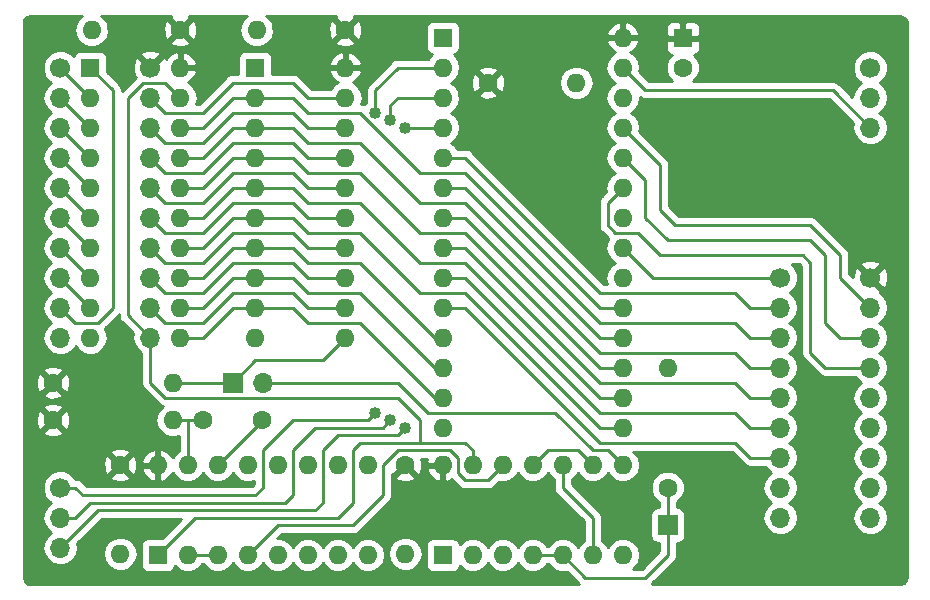
<source format=gbl>
G04 #@! TF.GenerationSoftware,KiCad,Pcbnew,5.0.2-bee76a0~70~ubuntu16.04.1*
G04 #@! TF.CreationDate,2019-04-14T18:23:41+01:00*
G04 #@! TF.ProjectId,AtomRamAndNoiseKiller,41746f6d-5261-46d4-916e-644e6f697365,rev?*
G04 #@! TF.SameCoordinates,PX8e4fe28PY93c3260*
G04 #@! TF.FileFunction,Copper,L2,Bot*
G04 #@! TF.FilePolarity,Positive*
%FSLAX46Y46*%
G04 Gerber Fmt 4.6, Leading zero omitted, Abs format (unit mm)*
G04 Created by KiCad (PCBNEW 5.0.2-bee76a0~70~ubuntu16.04.1) date Sun 14 Apr 2019 18:23:41 BST*
%MOMM*%
%LPD*%
G01*
G04 APERTURE LIST*
G04 #@! TA.AperFunction,ComponentPad*
%ADD10O,1.700000X1.700000*%
G04 #@! TD*
G04 #@! TA.AperFunction,ComponentPad*
%ADD11R,1.700000X1.700000*%
G04 #@! TD*
G04 #@! TA.AperFunction,ComponentPad*
%ADD12C,1.700000*%
G04 #@! TD*
G04 #@! TA.AperFunction,ComponentPad*
%ADD13O,1.600000X1.600000*%
G04 #@! TD*
G04 #@! TA.AperFunction,ComponentPad*
%ADD14C,1.600000*%
G04 #@! TD*
G04 #@! TA.AperFunction,ComponentPad*
%ADD15R,1.600000X1.600000*%
G04 #@! TD*
G04 #@! TA.AperFunction,ViaPad*
%ADD16C,1.016000*%
G04 #@! TD*
G04 #@! TA.AperFunction,Conductor*
%ADD17C,0.254000*%
G04 #@! TD*
G04 APERTURE END LIST*
D10*
G04 #@! TO.P,J7,2*
G04 #@! TO.N,Net-(J7-Pad2)*
X20955000Y17780000D03*
D11*
G04 #@! TO.P,J7,1*
G04 #@! TO.N,/LOAD*
X18415000Y17780000D03*
G04 #@! TD*
D10*
G04 #@! TO.P,J3,3*
G04 #@! TO.N,/NWE*
X72390000Y39370000D03*
G04 #@! TO.P,J3,2*
G04 #@! TO.N,Net-(J3-Pad2)*
X72390000Y41910000D03*
D12*
G04 #@! TO.P,J3,1*
G04 #@! TO.N,Net-(J3-Pad1)*
X72390000Y44450000D03*
G04 #@! TD*
D11*
G04 #@! TO.P,J8,1*
G04 #@! TO.N,/RRDISABLE*
X55245000Y5715000D03*
G04 #@! TD*
D13*
G04 #@! TO.P,C1,2*
G04 #@! TO.N,GND*
X8890000Y3295000D03*
D14*
G04 #@! TO.P,C1,1*
G04 #@! TO.N,VCC*
X8890000Y10795000D03*
G04 #@! TD*
D13*
G04 #@! TO.P,C2,2*
G04 #@! TO.N,GND*
X33020000Y3295000D03*
D14*
G04 #@! TO.P,C2,1*
G04 #@! TO.N,VCC*
X33020000Y10795000D03*
G04 #@! TD*
D13*
G04 #@! TO.P,C3,2*
G04 #@! TO.N,GND*
X6470000Y47625000D03*
D14*
G04 #@! TO.P,C3,1*
G04 #@! TO.N,VCC*
X13970000Y47625000D03*
G04 #@! TD*
D13*
G04 #@! TO.P,C4,2*
G04 #@! TO.N,GND*
X20440000Y47625000D03*
D14*
G04 #@! TO.P,C4,1*
G04 #@! TO.N,VCC*
X27940000Y47625000D03*
G04 #@! TD*
D13*
G04 #@! TO.P,C5,2*
G04 #@! TO.N,GND*
X47505000Y43180000D03*
D14*
G04 #@! TO.P,C5,1*
G04 #@! TO.N,VCC*
X40005000Y43180000D03*
G04 #@! TD*
D13*
G04 #@! TO.P,U5,28*
G04 #@! TO.N,VCC*
X51435000Y46990000D03*
G04 #@! TO.P,U5,14*
G04 #@! TO.N,GND*
X36195000Y13970000D03*
G04 #@! TO.P,U5,27*
G04 #@! TO.N,/NWE*
X51435000Y44450000D03*
G04 #@! TO.P,U5,13*
G04 #@! TO.N,/RD7*
X36195000Y16510000D03*
G04 #@! TO.P,U5,26*
G04 #@! TO.N,GND*
X51435000Y41910000D03*
G04 #@! TO.P,U5,12*
G04 #@! TO.N,/RD6*
X36195000Y19050000D03*
G04 #@! TO.P,U5,25*
G04 #@! TO.N,/A7*
X51435000Y39370000D03*
G04 #@! TO.P,U5,11*
G04 #@! TO.N,/RD5*
X36195000Y21590000D03*
G04 #@! TO.P,U5,24*
G04 #@! TO.N,/A8*
X51435000Y36830000D03*
G04 #@! TO.P,U5,10*
G04 #@! TO.N,/A2*
X36195000Y24130000D03*
G04 #@! TO.P,U5,23*
G04 #@! TO.N,/A9*
X51435000Y34290000D03*
G04 #@! TO.P,U5,9*
G04 #@! TO.N,/A1*
X36195000Y26670000D03*
G04 #@! TO.P,U5,22*
G04 #@! TO.N,GND*
X51435000Y31750000D03*
G04 #@! TO.P,U5,8*
G04 #@! TO.N,/A0*
X36195000Y29210000D03*
G04 #@! TO.P,U5,21*
G04 #@! TO.N,/A6*
X51435000Y29210000D03*
G04 #@! TO.P,U5,7*
G04 #@! TO.N,/A3*
X36195000Y31750000D03*
G04 #@! TO.P,U5,20*
G04 #@! TO.N,GND*
X51435000Y26670000D03*
G04 #@! TO.P,U5,6*
G04 #@! TO.N,/A4*
X36195000Y34290000D03*
G04 #@! TO.P,U5,19*
G04 #@! TO.N,/RD0*
X51435000Y24130000D03*
G04 #@! TO.P,U5,5*
G04 #@! TO.N,/A5*
X36195000Y36830000D03*
G04 #@! TO.P,U5,18*
G04 #@! TO.N,/RD1*
X51435000Y21590000D03*
G04 #@! TO.P,U5,4*
G04 #@! TO.N,/A12*
X36195000Y39370000D03*
G04 #@! TO.P,U5,17*
G04 #@! TO.N,/RD2*
X51435000Y19050000D03*
G04 #@! TO.P,U5,3*
G04 #@! TO.N,/A11*
X36195000Y41910000D03*
G04 #@! TO.P,U5,16*
G04 #@! TO.N,/RD3*
X51435000Y16510000D03*
G04 #@! TO.P,U5,2*
G04 #@! TO.N,/A10*
X36195000Y44450000D03*
G04 #@! TO.P,U5,15*
G04 #@! TO.N,/RD4*
X51435000Y13970000D03*
D15*
G04 #@! TO.P,U5,1*
G04 #@! TO.N,GND*
X36195000Y46990000D03*
G04 #@! TD*
D10*
G04 #@! TO.P,J1,10*
G04 #@! TO.N,/NVDG*
X11430000Y21590000D03*
G04 #@! TO.P,J1,9*
G04 #@! TO.N,/VD7*
X11430000Y24130000D03*
G04 #@! TO.P,J1,8*
G04 #@! TO.N,/VD6*
X11430000Y26670000D03*
G04 #@! TO.P,J1,7*
G04 #@! TO.N,/VD5*
X11430000Y29210000D03*
G04 #@! TO.P,J1,6*
G04 #@! TO.N,/VD4*
X11430000Y31750000D03*
G04 #@! TO.P,J1,5*
G04 #@! TO.N,/VD3*
X11430000Y34290000D03*
G04 #@! TO.P,J1,4*
G04 #@! TO.N,/VD2*
X11430000Y36830000D03*
G04 #@! TO.P,J1,3*
G04 #@! TO.N,/VD1*
X11430000Y39370000D03*
G04 #@! TO.P,J1,2*
G04 #@! TO.N,/VD0*
X11430000Y41910000D03*
D12*
G04 #@! TO.P,J1,1*
G04 #@! TO.N,VCC*
X11430000Y44450000D03*
G04 #@! TD*
D10*
G04 #@! TO.P,J6,3*
G04 #@! TO.N,/A12*
X3810000Y3810000D03*
G04 #@! TO.P,J6,2*
G04 #@! TO.N,/A11*
X3810000Y6350000D03*
D12*
G04 #@! TO.P,J6,1*
G04 #@! TO.N,/A10*
X3810000Y8890000D03*
G04 #@! TD*
D10*
G04 #@! TO.P,J4,9*
G04 #@! TO.N,GND*
X64770000Y6350000D03*
G04 #@! TO.P,J4,8*
G04 #@! TO.N,Net-(J4-Pad8)*
X64770000Y8890000D03*
G04 #@! TO.P,J4,7*
G04 #@! TO.N,/A2*
X64770000Y11430000D03*
G04 #@! TO.P,J4,6*
G04 #@! TO.N,/A1*
X64770000Y13970000D03*
G04 #@! TO.P,J4,5*
G04 #@! TO.N,/A0*
X64770000Y16510000D03*
G04 #@! TO.P,J4,4*
G04 #@! TO.N,/A3*
X64770000Y19050000D03*
G04 #@! TO.P,J4,3*
G04 #@! TO.N,/A4*
X64770000Y21590000D03*
G04 #@! TO.P,J4,2*
G04 #@! TO.N,/A5*
X64770000Y24130000D03*
D12*
G04 #@! TO.P,J4,1*
G04 #@! TO.N,/A6*
X64770000Y26670000D03*
G04 #@! TD*
D10*
G04 #@! TO.P,J5,9*
G04 #@! TO.N,Net-(J5-Pad9)*
X72390000Y6350000D03*
G04 #@! TO.P,J5,8*
G04 #@! TO.N,Net-(J5-Pad8)*
X72390000Y8890000D03*
G04 #@! TO.P,J5,7*
G04 #@! TO.N,Net-(J5-Pad7)*
X72390000Y11430000D03*
G04 #@! TO.P,J5,6*
G04 #@! TO.N,Net-(J5-Pad6)*
X72390000Y13970000D03*
G04 #@! TO.P,J5,5*
G04 #@! TO.N,Net-(J5-Pad5)*
X72390000Y16510000D03*
G04 #@! TO.P,J5,4*
G04 #@! TO.N,/A9*
X72390000Y19050000D03*
G04 #@! TO.P,J5,3*
G04 #@! TO.N,/A8*
X72390000Y21590000D03*
G04 #@! TO.P,J5,2*
G04 #@! TO.N,/A7*
X72390000Y24130000D03*
D12*
G04 #@! TO.P,J5,1*
G04 #@! TO.N,VCC*
X72390000Y26670000D03*
G04 #@! TD*
D10*
G04 #@! TO.P,J2,10*
G04 #@! TO.N,GND*
X3810000Y21590000D03*
G04 #@! TO.P,J2,9*
G04 #@! TO.N,/NDRS*
X3810000Y24130000D03*
G04 #@! TO.P,J2,8*
G04 #@! TO.N,/PD7*
X3810000Y26670000D03*
G04 #@! TO.P,J2,7*
G04 #@! TO.N,/PD6*
X3810000Y29210000D03*
G04 #@! TO.P,J2,6*
G04 #@! TO.N,/PD5*
X3810000Y31750000D03*
G04 #@! TO.P,J2,5*
G04 #@! TO.N,/PD4*
X3810000Y34290000D03*
G04 #@! TO.P,J2,4*
G04 #@! TO.N,/PD3*
X3810000Y36830000D03*
G04 #@! TO.P,J2,3*
G04 #@! TO.N,/PD2*
X3810000Y39370000D03*
G04 #@! TO.P,J2,2*
G04 #@! TO.N,/PD1*
X3810000Y41910000D03*
D12*
G04 #@! TO.P,J2,1*
G04 #@! TO.N,/PD0*
X3810000Y44450000D03*
G04 #@! TD*
D14*
G04 #@! TO.P,C6,2*
G04 #@! TO.N,GND*
X56515000Y44450000D03*
D15*
G04 #@! TO.P,C6,1*
G04 #@! TO.N,VCC*
X56515000Y46950000D03*
G04 #@! TD*
D14*
G04 #@! TO.P,C7,2*
G04 #@! TO.N,Net-(C7-Pad2)*
X20875000Y14605000D03*
G04 #@! TO.P,C7,1*
G04 #@! TO.N,Net-(C7-Pad1)*
X15875000Y14605000D03*
G04 #@! TD*
D13*
G04 #@! TO.P,U2,14*
G04 #@! TO.N,VCC*
X36195000Y10795000D03*
G04 #@! TO.P,U2,7*
G04 #@! TO.N,GND*
X51435000Y3175000D03*
G04 #@! TO.P,U2,13*
G04 #@! TO.N,/NVDG*
X38735000Y10795000D03*
G04 #@! TO.P,U2,6*
G04 #@! TO.N,Net-(U2-Pad10)*
X48895000Y3175000D03*
G04 #@! TO.P,U2,12*
G04 #@! TO.N,Net-(U1-Pad4)*
X41275000Y10795000D03*
G04 #@! TO.P,U2,5*
G04 #@! TO.N,/RRDISABLE*
X46355000Y3175000D03*
G04 #@! TO.P,U2,11*
G04 #@! TO.N,Net-(U2-Pad11)*
X43815000Y10795000D03*
G04 #@! TO.P,U2,4*
G04 #@! TO.N,/RRDISABLE*
X43815000Y3175000D03*
G04 #@! TO.P,U2,10*
G04 #@! TO.N,Net-(U2-Pad10)*
X46355000Y10795000D03*
G04 #@! TO.P,U2,3*
G04 #@! TO.N,Net-(U1-Pad2)*
X41275000Y3175000D03*
G04 #@! TO.P,U2,9*
G04 #@! TO.N,Net-(U2-Pad11)*
X48895000Y10795000D03*
G04 #@! TO.P,U2,2*
G04 #@! TO.N,GND*
X38735000Y3175000D03*
G04 #@! TO.P,U2,8*
G04 #@! TO.N,Net-(J7-Pad2)*
X51435000Y10795000D03*
D15*
G04 #@! TO.P,U2,1*
G04 #@! TO.N,GND*
X36195000Y3175000D03*
G04 #@! TD*
D13*
G04 #@! TO.P,U1,16*
G04 #@! TO.N,VCC*
X12065000Y10795000D03*
G04 #@! TO.P,U1,8*
G04 #@! TO.N,GND*
X29845000Y3175000D03*
G04 #@! TO.P,U1,15*
G04 #@! TO.N,Net-(C7-Pad1)*
X14605000Y10795000D03*
G04 #@! TO.P,U1,7*
G04 #@! TO.N,Net-(U1-Pad7)*
X27305000Y3175000D03*
G04 #@! TO.P,U1,14*
G04 #@! TO.N,Net-(C7-Pad2)*
X17145000Y10795000D03*
G04 #@! TO.P,U1,6*
G04 #@! TO.N,Net-(U1-Pad6)*
X24765000Y3175000D03*
G04 #@! TO.P,U1,13*
G04 #@! TO.N,Net-(U1-Pad13)*
X19685000Y10795000D03*
G04 #@! TO.P,U1,5*
G04 #@! TO.N,Net-(U1-Pad5)*
X22225000Y3175000D03*
G04 #@! TO.P,U1,12*
G04 #@! TO.N,Net-(U1-Pad12)*
X22225000Y10795000D03*
G04 #@! TO.P,U1,4*
G04 #@! TO.N,Net-(U1-Pad4)*
X19685000Y3175000D03*
G04 #@! TO.P,U1,11*
G04 #@! TO.N,GND*
X24765000Y10795000D03*
G04 #@! TO.P,U1,3*
G04 #@! TO.N,Net-(U1-Pad2)*
X17145000Y3175000D03*
G04 #@! TO.P,U1,10*
G04 #@! TO.N,GND*
X27305000Y10795000D03*
G04 #@! TO.P,U1,2*
G04 #@! TO.N,Net-(U1-Pad2)*
X14605000Y3175000D03*
G04 #@! TO.P,U1,9*
G04 #@! TO.N,GND*
X29845000Y10795000D03*
D15*
G04 #@! TO.P,U1,1*
G04 #@! TO.N,/NVDG*
X12065000Y3175000D03*
G04 #@! TD*
D13*
G04 #@! TO.P,U3,20*
G04 #@! TO.N,VCC*
X13970000Y44450000D03*
G04 #@! TO.P,U3,10*
G04 #@! TO.N,GND*
X6350000Y21590000D03*
G04 #@! TO.P,U3,19*
G04 #@! TO.N,/NVDG*
X13970000Y41910000D03*
G04 #@! TO.P,U3,9*
G04 #@! TO.N,/PD7*
X6350000Y24130000D03*
G04 #@! TO.P,U3,18*
G04 #@! TO.N,/RD0*
X13970000Y39370000D03*
G04 #@! TO.P,U3,8*
G04 #@! TO.N,/PD6*
X6350000Y26670000D03*
G04 #@! TO.P,U3,17*
G04 #@! TO.N,/RD1*
X13970000Y36830000D03*
G04 #@! TO.P,U3,7*
G04 #@! TO.N,/PD5*
X6350000Y29210000D03*
G04 #@! TO.P,U3,16*
G04 #@! TO.N,/RD2*
X13970000Y34290000D03*
G04 #@! TO.P,U3,6*
G04 #@! TO.N,/PD4*
X6350000Y31750000D03*
G04 #@! TO.P,U3,15*
G04 #@! TO.N,/RD3*
X13970000Y31750000D03*
G04 #@! TO.P,U3,5*
G04 #@! TO.N,/PD3*
X6350000Y34290000D03*
G04 #@! TO.P,U3,14*
G04 #@! TO.N,/RD4*
X13970000Y29210000D03*
G04 #@! TO.P,U3,4*
G04 #@! TO.N,/PD2*
X6350000Y36830000D03*
G04 #@! TO.P,U3,13*
G04 #@! TO.N,/RD5*
X13970000Y26670000D03*
G04 #@! TO.P,U3,3*
G04 #@! TO.N,/PD1*
X6350000Y39370000D03*
G04 #@! TO.P,U3,12*
G04 #@! TO.N,/RD6*
X13970000Y24130000D03*
G04 #@! TO.P,U3,2*
G04 #@! TO.N,/PD0*
X6350000Y41910000D03*
G04 #@! TO.P,U3,11*
G04 #@! TO.N,/RD7*
X13970000Y21590000D03*
D15*
G04 #@! TO.P,U3,1*
G04 #@! TO.N,/NDRS*
X6350000Y44450000D03*
G04 #@! TD*
D13*
G04 #@! TO.P,U4,20*
G04 #@! TO.N,VCC*
X27940000Y44450000D03*
G04 #@! TO.P,U4,10*
G04 #@! TO.N,GND*
X20320000Y21590000D03*
G04 #@! TO.P,U4,19*
G04 #@! TO.N,/VD0*
X27940000Y41910000D03*
G04 #@! TO.P,U4,9*
G04 #@! TO.N,/RD7*
X20320000Y24130000D03*
G04 #@! TO.P,U4,18*
G04 #@! TO.N,/VD1*
X27940000Y39370000D03*
G04 #@! TO.P,U4,8*
G04 #@! TO.N,/RD6*
X20320000Y26670000D03*
G04 #@! TO.P,U4,17*
G04 #@! TO.N,/VD2*
X27940000Y36830000D03*
G04 #@! TO.P,U4,7*
G04 #@! TO.N,/RD5*
X20320000Y29210000D03*
G04 #@! TO.P,U4,16*
G04 #@! TO.N,/VD3*
X27940000Y34290000D03*
G04 #@! TO.P,U4,6*
G04 #@! TO.N,/RD4*
X20320000Y31750000D03*
G04 #@! TO.P,U4,15*
G04 #@! TO.N,/VD4*
X27940000Y31750000D03*
G04 #@! TO.P,U4,5*
G04 #@! TO.N,/RD3*
X20320000Y34290000D03*
G04 #@! TO.P,U4,14*
G04 #@! TO.N,/VD5*
X27940000Y29210000D03*
G04 #@! TO.P,U4,4*
G04 #@! TO.N,/RD2*
X20320000Y36830000D03*
G04 #@! TO.P,U4,13*
G04 #@! TO.N,/VD6*
X27940000Y26670000D03*
G04 #@! TO.P,U4,3*
G04 #@! TO.N,/RD1*
X20320000Y39370000D03*
G04 #@! TO.P,U4,12*
G04 #@! TO.N,/VD7*
X27940000Y24130000D03*
G04 #@! TO.P,U4,2*
G04 #@! TO.N,/RD0*
X20320000Y41910000D03*
G04 #@! TO.P,U4,11*
G04 #@! TO.N,/LOAD*
X27940000Y21590000D03*
D15*
G04 #@! TO.P,U4,1*
G04 #@! TO.N,GND*
X20320000Y44450000D03*
G04 #@! TD*
D13*
G04 #@! TO.P,R3,2*
G04 #@! TO.N,GND*
X55245000Y19050000D03*
D14*
G04 #@! TO.P,R3,1*
G04 #@! TO.N,/RRDISABLE*
X55245000Y8890000D03*
G04 #@! TD*
D13*
G04 #@! TO.P,R1,2*
G04 #@! TO.N,Net-(C7-Pad1)*
X13335000Y14605000D03*
D14*
G04 #@! TO.P,R1,1*
G04 #@! TO.N,VCC*
X3175000Y14605000D03*
G04 #@! TD*
D13*
G04 #@! TO.P,R2,2*
G04 #@! TO.N,/LOAD*
X13335000Y17780000D03*
D14*
G04 #@! TO.P,R2,1*
G04 #@! TO.N,VCC*
X3175000Y17780000D03*
G04 #@! TD*
D16*
G04 #@! TO.N,/A12*
X33020000Y39370000D03*
X33020000Y13970000D03*
G04 #@! TO.N,/A10*
X30480000Y40640000D03*
X30480000Y15240000D03*
G04 #@! TO.N,/A11*
X31750000Y40005000D03*
X31750000Y14605000D03*
G04 #@! TD*
D17*
G04 #@! TO.N,/RRDISABLE*
X46355000Y3175000D02*
X43815000Y3175000D01*
X48260000Y1270000D02*
X46355000Y3175000D01*
X55245000Y3175000D02*
X53340000Y1270000D01*
X53340000Y1270000D02*
X48260000Y1270000D01*
X55245000Y5715000D02*
X55245000Y3175000D01*
X55245000Y5715000D02*
X55245000Y8890000D01*
G04 #@! TO.N,/LOAD*
X27940000Y21590000D02*
X26035000Y19685000D01*
X18415000Y17780000D02*
X20320000Y19685000D01*
X26035000Y19685000D02*
X20320000Y19685000D01*
X18415000Y17780000D02*
X13335000Y17780000D01*
G04 #@! TO.N,/A12*
X36195000Y39370000D02*
X33020000Y39370000D01*
X33020000Y39370000D02*
X33655000Y39370000D01*
X32385000Y13335000D02*
X33020000Y13970000D01*
X27305000Y13335000D02*
X32385000Y13335000D01*
X3810000Y3810000D02*
X6985000Y6985000D01*
X6985000Y6985000D02*
X25400000Y6985000D01*
X25400000Y6985000D02*
X26035000Y7620000D01*
X26035000Y12065000D02*
X27305000Y13335000D01*
X26035000Y7620000D02*
X26035000Y12065000D01*
G04 #@! TO.N,/A7*
X69850000Y28575000D02*
X69850000Y26670000D01*
X67310000Y31115000D02*
X69850000Y28575000D01*
X51435000Y39370000D02*
X54610000Y36195000D01*
X69850000Y26670000D02*
X72390000Y24130000D01*
X54610000Y36195000D02*
X54610000Y32385000D01*
X54610000Y32385000D02*
X55880000Y31115000D01*
X55880000Y31115000D02*
X67310000Y31115000D01*
G04 #@! TO.N,/A6*
X53975000Y26670000D02*
X64770000Y26670000D01*
X51435000Y29210000D02*
X53975000Y26670000D01*
G04 #@! TO.N,/A5*
X64770000Y24130000D02*
X62230000Y24130000D01*
X62230000Y24130000D02*
X60960000Y25400000D01*
X38100000Y36830000D02*
X36195000Y36830000D01*
X60960000Y25400000D02*
X49530000Y25400000D01*
X49530000Y25400000D02*
X38100000Y36830000D01*
G04 #@! TO.N,/A4*
X60960000Y22860000D02*
X62230000Y21590000D01*
X49530000Y22860000D02*
X60960000Y22860000D01*
X38100000Y34290000D02*
X49530000Y22860000D01*
X36195000Y34290000D02*
X38100000Y34290000D01*
X62230000Y21590000D02*
X64770000Y21590000D01*
G04 #@! TO.N,/A3*
X49530000Y20320000D02*
X38100000Y31750000D01*
X60960000Y20320000D02*
X49530000Y20320000D01*
X38100000Y31750000D02*
X36195000Y31750000D01*
X62230000Y19050000D02*
X60960000Y20320000D01*
X62230000Y19050000D02*
X64770000Y19050000D01*
G04 #@! TO.N,/A2*
X49530000Y12700000D02*
X60960000Y12700000D01*
X60960000Y12700000D02*
X62230000Y11430000D01*
X38100000Y24130000D02*
X49530000Y12700000D01*
X36195000Y24130000D02*
X38100000Y24130000D01*
X62230000Y11430000D02*
X64770000Y11430000D01*
G04 #@! TO.N,/A1*
X38100000Y26670000D02*
X36195000Y26670000D01*
X49530000Y15240000D02*
X38100000Y26670000D01*
X60960000Y15240000D02*
X49530000Y15240000D01*
X62230000Y13970000D02*
X60960000Y15240000D01*
X64770000Y13970000D02*
X62230000Y13970000D01*
G04 #@! TO.N,/A0*
X60960000Y17780000D02*
X62230000Y16510000D01*
X38100000Y29210000D02*
X49530000Y17780000D01*
X49530000Y17780000D02*
X60960000Y17780000D01*
X36195000Y29210000D02*
X38100000Y29210000D01*
X62230000Y16510000D02*
X64770000Y16510000D01*
G04 #@! TO.N,/RD0*
X15875000Y39370000D02*
X18415000Y41910000D01*
X18415000Y41910000D02*
X20320000Y41910000D01*
X13970000Y39370000D02*
X15875000Y39370000D01*
X20320000Y41910000D02*
X23495000Y41910000D01*
X23495000Y41910000D02*
X24765000Y40640000D01*
X24765000Y40640000D02*
X29210000Y40640000D01*
X29210000Y40640000D02*
X34290000Y35560000D01*
X34290000Y35560000D02*
X38100000Y35560000D01*
X49530000Y24130000D02*
X51435000Y24130000D01*
X38100000Y35560000D02*
X49530000Y24130000D01*
G04 #@! TO.N,/RD1*
X13970000Y36830000D02*
X15875000Y36830000D01*
X18415000Y39370000D02*
X20320000Y39370000D01*
X15875000Y36830000D02*
X18415000Y39370000D01*
X49530000Y21590000D02*
X51435000Y21590000D01*
X34290000Y33020000D02*
X38100000Y33020000D01*
X20320000Y39370000D02*
X23495000Y39370000D01*
X23495000Y39370000D02*
X24765000Y38100000D01*
X24765000Y38100000D02*
X29210000Y38100000D01*
X38100000Y33020000D02*
X49530000Y21590000D01*
X29210000Y38100000D02*
X34290000Y33020000D01*
G04 #@! TO.N,/RD2*
X20320000Y36830000D02*
X18415000Y36830000D01*
X15875000Y34290000D02*
X13970000Y34290000D01*
X18415000Y36830000D02*
X15875000Y34290000D01*
X51435000Y19050000D02*
X49530000Y19050000D01*
X49530000Y19050000D02*
X38100000Y30480000D01*
X38100000Y30480000D02*
X34290000Y30480000D01*
X34290000Y30480000D02*
X29210000Y35560000D01*
X29210000Y35560000D02*
X24765000Y35560000D01*
X24765000Y35560000D02*
X23495000Y36830000D01*
X23495000Y36830000D02*
X20320000Y36830000D01*
G04 #@! TO.N,/RD3*
X20320000Y34290000D02*
X18415000Y34290000D01*
X18415000Y34290000D02*
X15875000Y31750000D01*
X15875000Y31750000D02*
X13970000Y31750000D01*
X51435000Y16510000D02*
X49530000Y16510000D01*
X49530000Y16510000D02*
X38100000Y27940000D01*
X38100000Y27940000D02*
X34290000Y27940000D01*
X34290000Y27940000D02*
X29210000Y33020000D01*
X29210000Y33020000D02*
X24765000Y33020000D01*
X24765000Y33020000D02*
X23495000Y34290000D01*
X23495000Y34290000D02*
X20320000Y34290000D01*
G04 #@! TO.N,/RD4*
X20320000Y31750000D02*
X18415000Y31750000D01*
X18415000Y31750000D02*
X15875000Y29210000D01*
X15875000Y29210000D02*
X13970000Y29210000D01*
X51435000Y13970000D02*
X49530000Y13970000D01*
X49530000Y13970000D02*
X38100000Y25400000D01*
X38100000Y25400000D02*
X34290000Y25400000D01*
X34290000Y25400000D02*
X29210000Y30480000D01*
X29210000Y30480000D02*
X24765000Y30480000D01*
X24765000Y30480000D02*
X23495000Y31750000D01*
X23495000Y31750000D02*
X20320000Y31750000D01*
G04 #@! TO.N,/RD5*
X20320000Y29210000D02*
X18415000Y29210000D01*
X18415000Y29210000D02*
X15875000Y26670000D01*
X15875000Y26670000D02*
X13970000Y26670000D01*
X23495000Y29210000D02*
X20320000Y29210000D01*
X29210000Y27940000D02*
X24765000Y27940000D01*
X35560000Y21590000D02*
X29210000Y27940000D01*
X36195000Y21590000D02*
X35560000Y21590000D01*
X24765000Y27940000D02*
X23495000Y29210000D01*
G04 #@! TO.N,/RD6*
X20320000Y26670000D02*
X18415000Y26670000D01*
X15875000Y24130000D02*
X13970000Y24130000D01*
X18415000Y26670000D02*
X15875000Y24130000D01*
X23495000Y26670000D02*
X20320000Y26670000D01*
X36195000Y19050000D02*
X35560000Y19050000D01*
X35560000Y19050000D02*
X29210000Y25400000D01*
X29210000Y25400000D02*
X24765000Y25400000D01*
X24765000Y25400000D02*
X23495000Y26670000D01*
G04 #@! TO.N,/RD7*
X20320000Y24130000D02*
X18415000Y24130000D01*
X18415000Y24130000D02*
X15875000Y21590000D01*
X15875000Y21590000D02*
X13970000Y21590000D01*
X23495000Y24130000D02*
X20320000Y24130000D01*
X36195000Y16510000D02*
X35560000Y16510000D01*
X35560000Y16510000D02*
X29210000Y22860000D01*
X29210000Y22860000D02*
X24765000Y22860000D01*
X24765000Y22860000D02*
X23495000Y24130000D01*
G04 #@! TO.N,/A10*
X30480000Y42545000D02*
X30480000Y40640000D01*
X32385000Y44450000D02*
X30480000Y42545000D01*
X36195000Y44450000D02*
X32385000Y44450000D01*
X29845000Y14605000D02*
X30480000Y15240000D01*
X23495000Y14605000D02*
X29845000Y14605000D01*
X20955000Y12065000D02*
X23495000Y14605000D01*
X20955000Y8890000D02*
X20955000Y12065000D01*
X3810000Y8890000D02*
X5080000Y8890000D01*
X5080000Y8890000D02*
X5715000Y8255000D01*
X20320000Y8255000D02*
X20955000Y8890000D01*
X5715000Y8255000D02*
X20320000Y8255000D01*
G04 #@! TO.N,/A11*
X31750000Y41275000D02*
X31750000Y40005000D01*
X32385000Y41910000D02*
X31750000Y41275000D01*
X36195000Y41910000D02*
X32385000Y41910000D01*
X31115000Y13970000D02*
X31750000Y14605000D01*
X23495000Y12065000D02*
X25400000Y13970000D01*
X23495000Y8255000D02*
X23495000Y12065000D01*
X3810000Y6350000D02*
X5080000Y6350000D01*
X5080000Y6350000D02*
X6350000Y7620000D01*
X6350000Y7620000D02*
X22860000Y7620000D01*
X25400000Y13970000D02*
X31115000Y13970000D01*
X22860000Y7620000D02*
X23495000Y8255000D01*
G04 #@! TO.N,/A9*
X50165000Y33020000D02*
X51435000Y34290000D01*
X50165000Y31115000D02*
X50165000Y33020000D01*
X50800000Y30480000D02*
X50165000Y31115000D01*
X54610000Y28575000D02*
X52705000Y30480000D01*
X52705000Y30480000D02*
X50800000Y30480000D01*
X66675000Y28575000D02*
X54610000Y28575000D01*
X72390000Y19050000D02*
X68580000Y19050000D01*
X68580000Y19050000D02*
X67310000Y20320000D01*
X67310000Y20320000D02*
X67310000Y27940000D01*
X67310000Y27940000D02*
X66675000Y28575000D01*
G04 #@! TO.N,/A8*
X51435000Y36830000D02*
X53340000Y34925000D01*
X53340000Y34925000D02*
X53340000Y31750000D01*
X53340000Y31750000D02*
X55245000Y29845000D01*
X55245000Y29845000D02*
X67310000Y29845000D01*
X72390000Y21590000D02*
X69850000Y21590000D01*
X69850000Y21590000D02*
X68580000Y22860000D01*
X68580000Y22860000D02*
X68580000Y28575000D01*
X68580000Y28575000D02*
X67310000Y29845000D01*
G04 #@! TO.N,/NWE*
X69215000Y42545000D02*
X72390000Y39370000D01*
X53340000Y42545000D02*
X69215000Y42545000D01*
X51435000Y44450000D02*
X53340000Y42545000D01*
G04 #@! TO.N,/VD7*
X27940000Y24130000D02*
X24765000Y24130000D01*
X24765000Y24130000D02*
X23495000Y25400000D01*
X23495000Y25400000D02*
X18415000Y25400000D01*
X18415000Y25400000D02*
X15875000Y22860000D01*
X15875000Y22860000D02*
X12700000Y22860000D01*
X12700000Y22860000D02*
X11430000Y24130000D01*
G04 #@! TO.N,/VD6*
X11430000Y26670000D02*
X12065000Y26670000D01*
X11430000Y26670000D02*
X12700000Y25400000D01*
X12700000Y25400000D02*
X15875000Y25400000D01*
X15875000Y25400000D02*
X18415000Y27940000D01*
X18415000Y27940000D02*
X23495000Y27940000D01*
X23495000Y27940000D02*
X24765000Y26670000D01*
X24765000Y26670000D02*
X27940000Y26670000D01*
G04 #@! TO.N,/VD5*
X27940000Y29210000D02*
X24765000Y29210000D01*
X24765000Y29210000D02*
X23495000Y30480000D01*
X23495000Y30480000D02*
X18415000Y30480000D01*
X18415000Y30480000D02*
X15875000Y27940000D01*
X15875000Y27940000D02*
X12700000Y27940000D01*
X12700000Y27940000D02*
X11430000Y29210000D01*
G04 #@! TO.N,/VD4*
X11430000Y31750000D02*
X12700000Y30480000D01*
X12700000Y30480000D02*
X15875000Y30480000D01*
X15875000Y30480000D02*
X18415000Y33020000D01*
X18415000Y33020000D02*
X23495000Y33020000D01*
X23495000Y33020000D02*
X24765000Y31750000D01*
X24765000Y31750000D02*
X27940000Y31750000D01*
G04 #@! TO.N,/VD3*
X24765000Y34290000D02*
X27940000Y34290000D01*
X23495000Y35560000D02*
X24765000Y34290000D01*
X11430000Y34290000D02*
X12700000Y33020000D01*
X15875000Y33020000D02*
X18415000Y35560000D01*
X12700000Y33020000D02*
X15875000Y33020000D01*
X18415000Y35560000D02*
X23495000Y35560000D01*
G04 #@! TO.N,/VD2*
X11430000Y36830000D02*
X12700000Y35560000D01*
X12700000Y35560000D02*
X15875000Y35560000D01*
X15875000Y35560000D02*
X18415000Y38100000D01*
X18415000Y38100000D02*
X23495000Y38100000D01*
X23495000Y38100000D02*
X24765000Y36830000D01*
X24765000Y36830000D02*
X27940000Y36830000D01*
G04 #@! TO.N,/VD1*
X12700000Y38100000D02*
X11430000Y39370000D01*
X15875000Y38100000D02*
X12700000Y38100000D01*
X27940000Y39370000D02*
X24765000Y39370000D01*
X24765000Y39370000D02*
X23495000Y40640000D01*
X23495000Y40640000D02*
X18415000Y40640000D01*
X18415000Y40640000D02*
X15875000Y38100000D01*
G04 #@! TO.N,/VD0*
X27940000Y41910000D02*
X24765000Y41910000D01*
X24765000Y41910000D02*
X23495000Y43180000D01*
X23495000Y43180000D02*
X18415000Y43180000D01*
X18415000Y43180000D02*
X15875000Y40640000D01*
X15875000Y40640000D02*
X12700000Y40640000D01*
X12700000Y40640000D02*
X11430000Y41910000D01*
G04 #@! TO.N,/NVDG*
X9525000Y23495000D02*
X11430000Y21590000D01*
X13970000Y41910000D02*
X12700000Y43180000D01*
X12700000Y43180000D02*
X10795000Y43180000D01*
X10795000Y43180000D02*
X9525000Y41910000D01*
X9525000Y41910000D02*
X9525000Y23495000D01*
X38100000Y12700000D02*
X38735000Y12065000D01*
X34925000Y12700000D02*
X38100000Y12700000D01*
X38735000Y12065000D02*
X38735000Y10795000D01*
X34290000Y12700000D02*
X34925000Y12700000D01*
X34290000Y14605000D02*
X34290000Y12700000D01*
X11430000Y21590000D02*
X11430000Y17780000D01*
X11430000Y17780000D02*
X12700000Y16510000D01*
X12700000Y16510000D02*
X32385000Y16510000D01*
X32385000Y16510000D02*
X34290000Y14605000D01*
X15240000Y6350000D02*
X12065000Y3175000D01*
X34925000Y12700000D02*
X29210000Y12700000D01*
X29210000Y12700000D02*
X28575000Y12065000D01*
X27305000Y6350000D02*
X15240000Y6350000D01*
X28575000Y12065000D02*
X28575000Y7620000D01*
X28575000Y7620000D02*
X27305000Y6350000D01*
G04 #@! TO.N,/PD7*
X3810000Y26670000D02*
X6350000Y24130000D01*
G04 #@! TO.N,/PD6*
X3810000Y29210000D02*
X6350000Y26670000D01*
G04 #@! TO.N,/PD5*
X3810000Y31750000D02*
X6350000Y29210000D01*
G04 #@! TO.N,/PD4*
X3810000Y34290000D02*
X6350000Y31750000D01*
G04 #@! TO.N,/PD3*
X3810000Y36830000D02*
X6350000Y34290000D01*
G04 #@! TO.N,/PD2*
X3810000Y39370000D02*
X6350000Y36830000D01*
G04 #@! TO.N,/PD1*
X3810000Y41910000D02*
X6350000Y39370000D01*
G04 #@! TO.N,/PD0*
X3810000Y44450000D02*
X6350000Y41910000D01*
G04 #@! TO.N,/NDRS*
X8255000Y42545000D02*
X6350000Y44450000D01*
X3810000Y24130000D02*
X5080000Y22860000D01*
X5080000Y22860000D02*
X6985000Y22860000D01*
X6985000Y22860000D02*
X8255000Y24130000D01*
X8255000Y24130000D02*
X8255000Y42545000D01*
G04 #@! TO.N,Net-(U1-Pad2)*
X14605000Y3175000D02*
X17145000Y3175000D01*
G04 #@! TO.N,Net-(U1-Pad4)*
X22225000Y5715000D02*
X19685000Y3175000D01*
X37465000Y10160000D02*
X37465000Y11430000D01*
X40005000Y9525000D02*
X38100000Y9525000D01*
X38100000Y9525000D02*
X37465000Y10160000D01*
X41275000Y10795000D02*
X40005000Y9525000D01*
X28575000Y5715000D02*
X22225000Y5715000D01*
X37465000Y11430000D02*
X36830000Y12065000D01*
X36830000Y12065000D02*
X32385000Y12065000D01*
X32385000Y12065000D02*
X31115000Y10795000D01*
X31115000Y10795000D02*
X31115000Y8255000D01*
X31115000Y8255000D02*
X28575000Y5715000D01*
G04 #@! TO.N,Net-(U2-Pad11)*
X43815000Y10795000D02*
X45085000Y12065000D01*
X45085000Y12065000D02*
X47625000Y12065000D01*
X47625000Y12065000D02*
X48895000Y10795000D01*
G04 #@! TO.N,Net-(U2-Pad10)*
X46355000Y10795000D02*
X46355000Y8890000D01*
X48895000Y6350000D02*
X48895000Y3175000D01*
X46355000Y8890000D02*
X48895000Y6350000D01*
G04 #@! TO.N,Net-(C7-Pad1)*
X14605000Y10795000D02*
X14605000Y14605000D01*
X14605000Y14605000D02*
X15875000Y14605000D01*
X13335000Y14605000D02*
X14605000Y14605000D01*
G04 #@! TO.N,Net-(C7-Pad2)*
X20875000Y14525000D02*
X17145000Y10795000D01*
X20875000Y14605000D02*
X20875000Y14525000D01*
G04 #@! TO.N,Net-(J7-Pad2)*
X51435000Y10795000D02*
X50165000Y12065000D01*
X48895000Y12065000D02*
X45720000Y15240000D01*
X32385000Y17780000D02*
X20955000Y17780000D01*
X34925000Y15240000D02*
X32385000Y17780000D01*
X45720000Y15240000D02*
X34925000Y15240000D01*
X50165000Y12065000D02*
X48895000Y12065000D01*
G04 #@! TD*
G04 #@! TO.N,VCC*
G36*
X5435423Y48659577D02*
X5118260Y48184909D01*
X5006887Y47625000D01*
X5118260Y47065091D01*
X5435423Y46590423D01*
X5910091Y46273260D01*
X6328667Y46190000D01*
X6611333Y46190000D01*
X7029909Y46273260D01*
X7504577Y46590423D01*
X7522505Y46617255D01*
X13141861Y46617255D01*
X13215995Y46371136D01*
X13753223Y46178035D01*
X14323454Y46205222D01*
X14724005Y46371136D01*
X14798139Y46617255D01*
X13970000Y47445395D01*
X13141861Y46617255D01*
X7522505Y46617255D01*
X7821740Y47065091D01*
X7933113Y47625000D01*
X7889994Y47841777D01*
X12523035Y47841777D01*
X12550222Y47271546D01*
X12716136Y46870995D01*
X12962255Y46796861D01*
X13790395Y47625000D01*
X14149605Y47625000D01*
X14977745Y46796861D01*
X15223864Y46870995D01*
X15416965Y47408223D01*
X15389778Y47978454D01*
X15223864Y48379005D01*
X14977745Y48453139D01*
X14149605Y47625000D01*
X13790395Y47625000D01*
X12962255Y48453139D01*
X12716136Y48379005D01*
X12523035Y47841777D01*
X7889994Y47841777D01*
X7821740Y48184909D01*
X7504577Y48659577D01*
X7264487Y48820000D01*
X13198264Y48820000D01*
X13141861Y48632745D01*
X13970000Y47804605D01*
X14798139Y48632745D01*
X14741736Y48820000D01*
X19645513Y48820000D01*
X19405423Y48659577D01*
X19088260Y48184909D01*
X18976887Y47625000D01*
X19088260Y47065091D01*
X19405423Y46590423D01*
X19880091Y46273260D01*
X20298667Y46190000D01*
X20581333Y46190000D01*
X20999909Y46273260D01*
X21474577Y46590423D01*
X21492505Y46617255D01*
X27111861Y46617255D01*
X27185995Y46371136D01*
X27723223Y46178035D01*
X28293454Y46205222D01*
X28694005Y46371136D01*
X28768139Y46617255D01*
X27940000Y47445395D01*
X27111861Y46617255D01*
X21492505Y46617255D01*
X21791740Y47065091D01*
X21903113Y47625000D01*
X21859994Y47841777D01*
X26493035Y47841777D01*
X26520222Y47271546D01*
X26686136Y46870995D01*
X26932255Y46796861D01*
X27760395Y47625000D01*
X28119605Y47625000D01*
X28947745Y46796861D01*
X29193864Y46870995D01*
X29386965Y47408223D01*
X29359778Y47978454D01*
X29193864Y48379005D01*
X28947745Y48453139D01*
X28119605Y47625000D01*
X27760395Y47625000D01*
X26932255Y48453139D01*
X26686136Y48379005D01*
X26493035Y47841777D01*
X21859994Y47841777D01*
X21791740Y48184909D01*
X21474577Y48659577D01*
X21234487Y48820000D01*
X27168264Y48820000D01*
X27111861Y48632745D01*
X27940000Y47804605D01*
X28768139Y48632745D01*
X28711736Y48820000D01*
X74867881Y48820000D01*
X75117787Y48775935D01*
X75282920Y48680595D01*
X75405488Y48534523D01*
X75481555Y48325535D01*
X75490000Y48229004D01*
X75490001Y1332125D01*
X75445935Y1082213D01*
X75350596Y917081D01*
X75204524Y794512D01*
X74995532Y718445D01*
X74899004Y710000D01*
X53873464Y710000D01*
X53889371Y720629D01*
X53931883Y784253D01*
X55730749Y2583118D01*
X55794371Y2625629D01*
X55962788Y2877683D01*
X56007000Y3099952D01*
X56007000Y3099953D01*
X56021928Y3175000D01*
X56007000Y3250047D01*
X56007000Y4217560D01*
X56095000Y4217560D01*
X56342765Y4266843D01*
X56552809Y4407191D01*
X56693157Y4617235D01*
X56742440Y4865000D01*
X56742440Y6565000D01*
X56693157Y6812765D01*
X56552809Y7022809D01*
X56342765Y7163157D01*
X56095000Y7212440D01*
X56007000Y7212440D01*
X56007000Y7652398D01*
X56057862Y7673466D01*
X56461534Y8077138D01*
X56680000Y8604561D01*
X56680000Y9175439D01*
X56461534Y9702862D01*
X56057862Y10106534D01*
X55530439Y10325000D01*
X54959561Y10325000D01*
X54432138Y10106534D01*
X54028466Y9702862D01*
X53810000Y9175439D01*
X53810000Y8604561D01*
X54028466Y8077138D01*
X54432138Y7673466D01*
X54483001Y7652398D01*
X54483000Y7212440D01*
X54395000Y7212440D01*
X54147235Y7163157D01*
X53937191Y7022809D01*
X53796843Y6812765D01*
X53747560Y6565000D01*
X53747560Y4865000D01*
X53796843Y4617235D01*
X53937191Y4407191D01*
X54147235Y4266843D01*
X54395000Y4217560D01*
X54483001Y4217560D01*
X54483001Y3490632D01*
X53024370Y2032000D01*
X52307311Y2032000D01*
X52469577Y2140423D01*
X52786740Y2615091D01*
X52898113Y3175000D01*
X52786740Y3734909D01*
X52469577Y4209577D01*
X51994909Y4526740D01*
X51576333Y4610000D01*
X51293667Y4610000D01*
X50875091Y4526740D01*
X50400423Y4209577D01*
X50165000Y3857242D01*
X49929577Y4209577D01*
X49657000Y4391707D01*
X49657000Y6274958D01*
X49671927Y6350001D01*
X49657000Y6425044D01*
X49657000Y6425048D01*
X49612788Y6647317D01*
X49444371Y6899371D01*
X49380747Y6941883D01*
X47117000Y9205630D01*
X47117000Y9578293D01*
X47389577Y9760423D01*
X47625000Y10112758D01*
X47860423Y9760423D01*
X48335091Y9443260D01*
X48753667Y9360000D01*
X49036333Y9360000D01*
X49454909Y9443260D01*
X49929577Y9760423D01*
X50165000Y10112758D01*
X50400423Y9760423D01*
X50875091Y9443260D01*
X51293667Y9360000D01*
X51576333Y9360000D01*
X51994909Y9443260D01*
X52469577Y9760423D01*
X52786740Y10235091D01*
X52898113Y10795000D01*
X52786740Y11354909D01*
X52469577Y11829577D01*
X52307311Y11938000D01*
X60644370Y11938000D01*
X61638118Y10944251D01*
X61680629Y10880629D01*
X61744251Y10838118D01*
X61932681Y10712213D01*
X61932682Y10712213D01*
X61932683Y10712212D01*
X62154952Y10668000D01*
X62154956Y10668000D01*
X62229999Y10653073D01*
X62305042Y10668000D01*
X63493158Y10668000D01*
X63699375Y10359375D01*
X63997761Y10160000D01*
X63699375Y9960625D01*
X63371161Y9469418D01*
X63255908Y8890000D01*
X63371161Y8310582D01*
X63699375Y7819375D01*
X63997761Y7620000D01*
X63699375Y7420625D01*
X63371161Y6929418D01*
X63255908Y6350000D01*
X63371161Y5770582D01*
X63699375Y5279375D01*
X64190582Y4951161D01*
X64623744Y4865000D01*
X64916256Y4865000D01*
X65349418Y4951161D01*
X65840625Y5279375D01*
X66168839Y5770582D01*
X66284092Y6350000D01*
X66168839Y6929418D01*
X65840625Y7420625D01*
X65542239Y7620000D01*
X65840625Y7819375D01*
X66168839Y8310582D01*
X66284092Y8890000D01*
X66168839Y9469418D01*
X65840625Y9960625D01*
X65542239Y10160000D01*
X65840625Y10359375D01*
X66168839Y10850582D01*
X66284092Y11430000D01*
X66168839Y12009418D01*
X65840625Y12500625D01*
X65542239Y12700000D01*
X65840625Y12899375D01*
X66168839Y13390582D01*
X66284092Y13970000D01*
X66168839Y14549418D01*
X65840625Y15040625D01*
X65542239Y15240000D01*
X65840625Y15439375D01*
X66168839Y15930582D01*
X66284092Y16510000D01*
X66168839Y17089418D01*
X65840625Y17580625D01*
X65542239Y17780000D01*
X65840625Y17979375D01*
X66168839Y18470582D01*
X66284092Y19050000D01*
X66168839Y19629418D01*
X65840625Y20120625D01*
X65542239Y20320000D01*
X65840625Y20519375D01*
X66168839Y21010582D01*
X66284092Y21590000D01*
X66168839Y22169418D01*
X65840625Y22660625D01*
X65542239Y22860000D01*
X65840625Y23059375D01*
X66168839Y23550582D01*
X66284092Y24130000D01*
X66168839Y24709418D01*
X65840625Y25200625D01*
X65558389Y25389209D01*
X65611185Y25411078D01*
X66028922Y25828815D01*
X66255000Y26374615D01*
X66255000Y26965385D01*
X66028922Y27511185D01*
X65727107Y27813000D01*
X66359370Y27813000D01*
X66548001Y27624368D01*
X66548000Y20395043D01*
X66533073Y20320000D01*
X66548000Y20244957D01*
X66548000Y20244953D01*
X66592212Y20022684D01*
X66760629Y19770629D01*
X66824253Y19728117D01*
X67988118Y18564251D01*
X68030629Y18500629D01*
X68094251Y18458118D01*
X68282681Y18332213D01*
X68282682Y18332213D01*
X68282683Y18332212D01*
X68504952Y18288000D01*
X68504956Y18288000D01*
X68579999Y18273073D01*
X68655042Y18288000D01*
X71113158Y18288000D01*
X71319375Y17979375D01*
X71617761Y17780000D01*
X71319375Y17580625D01*
X70991161Y17089418D01*
X70875908Y16510000D01*
X70991161Y15930582D01*
X71319375Y15439375D01*
X71617761Y15240000D01*
X71319375Y15040625D01*
X70991161Y14549418D01*
X70875908Y13970000D01*
X70991161Y13390582D01*
X71319375Y12899375D01*
X71617761Y12700000D01*
X71319375Y12500625D01*
X70991161Y12009418D01*
X70875908Y11430000D01*
X70991161Y10850582D01*
X71319375Y10359375D01*
X71617761Y10160000D01*
X71319375Y9960625D01*
X70991161Y9469418D01*
X70875908Y8890000D01*
X70991161Y8310582D01*
X71319375Y7819375D01*
X71617761Y7620000D01*
X71319375Y7420625D01*
X70991161Y6929418D01*
X70875908Y6350000D01*
X70991161Y5770582D01*
X71319375Y5279375D01*
X71810582Y4951161D01*
X72243744Y4865000D01*
X72536256Y4865000D01*
X72969418Y4951161D01*
X73460625Y5279375D01*
X73788839Y5770582D01*
X73904092Y6350000D01*
X73788839Y6929418D01*
X73460625Y7420625D01*
X73162239Y7620000D01*
X73460625Y7819375D01*
X73788839Y8310582D01*
X73904092Y8890000D01*
X73788839Y9469418D01*
X73460625Y9960625D01*
X73162239Y10160000D01*
X73460625Y10359375D01*
X73788839Y10850582D01*
X73904092Y11430000D01*
X73788839Y12009418D01*
X73460625Y12500625D01*
X73162239Y12700000D01*
X73460625Y12899375D01*
X73788839Y13390582D01*
X73904092Y13970000D01*
X73788839Y14549418D01*
X73460625Y15040625D01*
X73162239Y15240000D01*
X73460625Y15439375D01*
X73788839Y15930582D01*
X73904092Y16510000D01*
X73788839Y17089418D01*
X73460625Y17580625D01*
X73162239Y17780000D01*
X73460625Y17979375D01*
X73788839Y18470582D01*
X73904092Y19050000D01*
X73788839Y19629418D01*
X73460625Y20120625D01*
X73162239Y20320000D01*
X73460625Y20519375D01*
X73788839Y21010582D01*
X73904092Y21590000D01*
X73788839Y22169418D01*
X73460625Y22660625D01*
X73162239Y22860000D01*
X73460625Y23059375D01*
X73788839Y23550582D01*
X73904092Y24130000D01*
X73788839Y24709418D01*
X73460625Y25200625D01*
X73178647Y25389037D01*
X73254353Y25626042D01*
X72390000Y26490395D01*
X72375858Y26476252D01*
X72196253Y26655857D01*
X72210395Y26670000D01*
X72569605Y26670000D01*
X73433958Y25805647D01*
X73685259Y25885920D01*
X73886718Y26441279D01*
X73860315Y27031458D01*
X73685259Y27454080D01*
X73433958Y27534353D01*
X72569605Y26670000D01*
X72210395Y26670000D01*
X71346042Y27534353D01*
X71094741Y27454080D01*
X70893282Y26898721D01*
X70902385Y26695245D01*
X70612000Y26985630D01*
X70612000Y27713958D01*
X71525647Y27713958D01*
X72390000Y26849605D01*
X73254353Y27713958D01*
X73174080Y27965259D01*
X72618721Y28166718D01*
X72028542Y28140315D01*
X71605920Y27965259D01*
X71525647Y27713958D01*
X70612000Y27713958D01*
X70612000Y28499958D01*
X70626927Y28575001D01*
X70612000Y28650044D01*
X70612000Y28650048D01*
X70567788Y28872317D01*
X70399371Y29124371D01*
X70335747Y29166883D01*
X67901884Y31600746D01*
X67859371Y31664371D01*
X67607317Y31832788D01*
X67385048Y31877000D01*
X67385043Y31877000D01*
X67310000Y31891927D01*
X67234957Y31877000D01*
X56195631Y31877000D01*
X55372000Y32700630D01*
X55372000Y36119958D01*
X55386927Y36195001D01*
X55372000Y36270044D01*
X55372000Y36270048D01*
X55327788Y36492317D01*
X55159371Y36744371D01*
X55095750Y36786881D01*
X52834157Y39048473D01*
X52898113Y39370000D01*
X52786740Y39929909D01*
X52469577Y40404577D01*
X52117242Y40640000D01*
X52469577Y40875423D01*
X52786740Y41350091D01*
X52898113Y41910000D01*
X52894945Y41925927D01*
X53042683Y41827212D01*
X53264952Y41783000D01*
X53264953Y41783000D01*
X53340000Y41768072D01*
X53415047Y41783000D01*
X68899370Y41783000D01*
X70948321Y39734048D01*
X70875908Y39370000D01*
X70991161Y38790582D01*
X71319375Y38299375D01*
X71810582Y37971161D01*
X72243744Y37885000D01*
X72536256Y37885000D01*
X72969418Y37971161D01*
X73460625Y38299375D01*
X73788839Y38790582D01*
X73904092Y39370000D01*
X73788839Y39949418D01*
X73460625Y40440625D01*
X73162239Y40640000D01*
X73460625Y40839375D01*
X73788839Y41330582D01*
X73904092Y41910000D01*
X73788839Y42489418D01*
X73460625Y42980625D01*
X73178389Y43169209D01*
X73231185Y43191078D01*
X73648922Y43608815D01*
X73875000Y44154615D01*
X73875000Y44745385D01*
X73648922Y45291185D01*
X73231185Y45708922D01*
X72685385Y45935000D01*
X72094615Y45935000D01*
X71548815Y45708922D01*
X71131078Y45291185D01*
X70905000Y44745385D01*
X70905000Y44154615D01*
X71131078Y43608815D01*
X71548815Y43191078D01*
X71601611Y43169209D01*
X71319375Y42980625D01*
X70991161Y42489418D01*
X70884489Y41953141D01*
X69806883Y43030747D01*
X69764371Y43094371D01*
X69512317Y43262788D01*
X69290048Y43307000D01*
X69290043Y43307000D01*
X69215000Y43321927D01*
X69139957Y43307000D01*
X57401396Y43307000D01*
X57731534Y43637138D01*
X57950000Y44164561D01*
X57950000Y44735439D01*
X57731534Y45262862D01*
X57468241Y45526155D01*
X57674699Y45611673D01*
X57853327Y45790302D01*
X57950000Y46023691D01*
X57950000Y46664250D01*
X57791250Y46823000D01*
X56642000Y46823000D01*
X56642000Y46803000D01*
X56388000Y46803000D01*
X56388000Y46823000D01*
X55238750Y46823000D01*
X55080000Y46664250D01*
X55080000Y46023691D01*
X55176673Y45790302D01*
X55355301Y45611673D01*
X55561759Y45526155D01*
X55298466Y45262862D01*
X55080000Y44735439D01*
X55080000Y44164561D01*
X55298466Y43637138D01*
X55628604Y43307000D01*
X53655631Y43307000D01*
X52834157Y44128473D01*
X52898113Y44450000D01*
X52786740Y45009909D01*
X52469577Y45484577D01*
X52085892Y45740947D01*
X52290134Y45837611D01*
X52666041Y46252577D01*
X52826904Y46640961D01*
X52704915Y46863000D01*
X51562000Y46863000D01*
X51562000Y46843000D01*
X51308000Y46843000D01*
X51308000Y46863000D01*
X50165085Y46863000D01*
X50043096Y46640961D01*
X50203959Y46252577D01*
X50579866Y45837611D01*
X50784108Y45740947D01*
X50400423Y45484577D01*
X50083260Y45009909D01*
X49971887Y44450000D01*
X50083260Y43890091D01*
X50400423Y43415423D01*
X50752758Y43180000D01*
X50400423Y42944577D01*
X50083260Y42469909D01*
X49971887Y41910000D01*
X50083260Y41350091D01*
X50400423Y40875423D01*
X50752758Y40640000D01*
X50400423Y40404577D01*
X50083260Y39929909D01*
X49971887Y39370000D01*
X50083260Y38810091D01*
X50400423Y38335423D01*
X50752758Y38100000D01*
X50400423Y37864577D01*
X50083260Y37389909D01*
X49971887Y36830000D01*
X50083260Y36270091D01*
X50400423Y35795423D01*
X50752758Y35560000D01*
X50400423Y35324577D01*
X50083260Y34849909D01*
X49971887Y34290000D01*
X50035843Y33968473D01*
X49679252Y33611882D01*
X49615630Y33569371D01*
X49573119Y33505749D01*
X49573118Y33505748D01*
X49447213Y33317317D01*
X49388073Y33020000D01*
X49403001Y32944952D01*
X49403000Y31190043D01*
X49388073Y31115000D01*
X49403000Y31039957D01*
X49403000Y31039953D01*
X49447212Y30817684D01*
X49615629Y30565629D01*
X49679253Y30523117D01*
X50208117Y29994252D01*
X50220639Y29975512D01*
X50083260Y29769909D01*
X49971887Y29210000D01*
X50083260Y28650091D01*
X50400423Y28175423D01*
X50752758Y27940000D01*
X50400423Y27704577D01*
X50083260Y27229909D01*
X49971887Y26670000D01*
X50072935Y26162000D01*
X49845631Y26162000D01*
X38691884Y37315747D01*
X38649371Y37379371D01*
X38397317Y37547788D01*
X38175048Y37592000D01*
X38175043Y37592000D01*
X38100000Y37606927D01*
X38024957Y37592000D01*
X37411707Y37592000D01*
X37229577Y37864577D01*
X36877242Y38100000D01*
X37229577Y38335423D01*
X37546740Y38810091D01*
X37658113Y39370000D01*
X37546740Y39929909D01*
X37229577Y40404577D01*
X36877242Y40640000D01*
X37229577Y40875423D01*
X37546740Y41350091D01*
X37658113Y41910000D01*
X37605948Y42172255D01*
X39176861Y42172255D01*
X39250995Y41926136D01*
X39788223Y41733035D01*
X40358454Y41760222D01*
X40759005Y41926136D01*
X40833139Y42172255D01*
X40005000Y43000395D01*
X39176861Y42172255D01*
X37605948Y42172255D01*
X37546740Y42469909D01*
X37229577Y42944577D01*
X36877242Y43180000D01*
X37201671Y43396777D01*
X38558035Y43396777D01*
X38585222Y42826546D01*
X38751136Y42425995D01*
X38997255Y42351861D01*
X39825395Y43180000D01*
X40184605Y43180000D01*
X41012745Y42351861D01*
X41258864Y42425995D01*
X41451965Y42963223D01*
X41441630Y43180000D01*
X46041887Y43180000D01*
X46153260Y42620091D01*
X46470423Y42145423D01*
X46945091Y41828260D01*
X47363667Y41745000D01*
X47646333Y41745000D01*
X48064909Y41828260D01*
X48539577Y42145423D01*
X48856740Y42620091D01*
X48968113Y43180000D01*
X48856740Y43739909D01*
X48539577Y44214577D01*
X48064909Y44531740D01*
X47646333Y44615000D01*
X47363667Y44615000D01*
X46945091Y44531740D01*
X46470423Y44214577D01*
X46153260Y43739909D01*
X46041887Y43180000D01*
X41441630Y43180000D01*
X41424778Y43533454D01*
X41258864Y43934005D01*
X41012745Y44008139D01*
X40184605Y43180000D01*
X39825395Y43180000D01*
X38997255Y44008139D01*
X38751136Y43934005D01*
X38558035Y43396777D01*
X37201671Y43396777D01*
X37229577Y43415423D01*
X37546740Y43890091D01*
X37605947Y44187745D01*
X39176861Y44187745D01*
X40005000Y43359605D01*
X40833139Y44187745D01*
X40759005Y44433864D01*
X40221777Y44626965D01*
X39651546Y44599778D01*
X39250995Y44433864D01*
X39176861Y44187745D01*
X37605947Y44187745D01*
X37658113Y44450000D01*
X37546740Y45009909D01*
X37229577Y45484577D01*
X37108894Y45565215D01*
X37242765Y45591843D01*
X37452809Y45732191D01*
X37593157Y45942235D01*
X37642440Y46190000D01*
X37642440Y47339039D01*
X50043096Y47339039D01*
X50165085Y47117000D01*
X51308000Y47117000D01*
X51308000Y48260629D01*
X51562000Y48260629D01*
X51562000Y47117000D01*
X52704915Y47117000D01*
X52826904Y47339039D01*
X52666041Y47727423D01*
X52531170Y47876309D01*
X55080000Y47876309D01*
X55080000Y47235750D01*
X55238750Y47077000D01*
X56388000Y47077000D01*
X56388000Y48226250D01*
X56642000Y48226250D01*
X56642000Y47077000D01*
X57791250Y47077000D01*
X57950000Y47235750D01*
X57950000Y47876309D01*
X57853327Y48109698D01*
X57674699Y48288327D01*
X57441310Y48385000D01*
X56800750Y48385000D01*
X56642000Y48226250D01*
X56388000Y48226250D01*
X56229250Y48385000D01*
X55588690Y48385000D01*
X55355301Y48288327D01*
X55176673Y48109698D01*
X55080000Y47876309D01*
X52531170Y47876309D01*
X52290134Y48142389D01*
X51784041Y48381914D01*
X51562000Y48260629D01*
X51308000Y48260629D01*
X51085959Y48381914D01*
X50579866Y48142389D01*
X50203959Y47727423D01*
X50043096Y47339039D01*
X37642440Y47339039D01*
X37642440Y47790000D01*
X37593157Y48037765D01*
X37452809Y48247809D01*
X37242765Y48388157D01*
X36995000Y48437440D01*
X35395000Y48437440D01*
X35147235Y48388157D01*
X34937191Y48247809D01*
X34796843Y48037765D01*
X34747560Y47790000D01*
X34747560Y46190000D01*
X34796843Y45942235D01*
X34937191Y45732191D01*
X35147235Y45591843D01*
X35281106Y45565215D01*
X35160423Y45484577D01*
X34978293Y45212000D01*
X32460047Y45212000D01*
X32385000Y45226928D01*
X32309953Y45212000D01*
X32309952Y45212000D01*
X32087683Y45167788D01*
X31835629Y44999371D01*
X31793118Y44935749D01*
X29994253Y43136883D01*
X29930629Y43094371D01*
X29762212Y42842316D01*
X29718000Y42620047D01*
X29718000Y42620043D01*
X29703073Y42545000D01*
X29718000Y42469957D01*
X29718001Y41494448D01*
X29551691Y41328138D01*
X29507317Y41357788D01*
X29301418Y41398744D01*
X29403113Y41910000D01*
X29291740Y42469909D01*
X28974577Y42944577D01*
X28590892Y43200947D01*
X28795134Y43297611D01*
X29171041Y43712577D01*
X29331904Y44100961D01*
X29209915Y44323000D01*
X28067000Y44323000D01*
X28067000Y44303000D01*
X27813000Y44303000D01*
X27813000Y44323000D01*
X26670085Y44323000D01*
X26548096Y44100961D01*
X26708959Y43712577D01*
X27084866Y43297611D01*
X27289108Y43200947D01*
X26905423Y42944577D01*
X26723293Y42672000D01*
X25080631Y42672000D01*
X24086883Y43665747D01*
X24044371Y43729371D01*
X23792317Y43897788D01*
X23570048Y43942000D01*
X23570043Y43942000D01*
X23495000Y43956927D01*
X23419957Y43942000D01*
X21767440Y43942000D01*
X21767440Y44799039D01*
X26548096Y44799039D01*
X26670085Y44577000D01*
X27813000Y44577000D01*
X27813000Y45720629D01*
X28067000Y45720629D01*
X28067000Y44577000D01*
X29209915Y44577000D01*
X29331904Y44799039D01*
X29171041Y45187423D01*
X28795134Y45602389D01*
X28289041Y45841914D01*
X28067000Y45720629D01*
X27813000Y45720629D01*
X27590959Y45841914D01*
X27084866Y45602389D01*
X26708959Y45187423D01*
X26548096Y44799039D01*
X21767440Y44799039D01*
X21767440Y45250000D01*
X21718157Y45497765D01*
X21577809Y45707809D01*
X21367765Y45848157D01*
X21120000Y45897440D01*
X19520000Y45897440D01*
X19272235Y45848157D01*
X19062191Y45707809D01*
X18921843Y45497765D01*
X18872560Y45250000D01*
X18872560Y43942000D01*
X18490042Y43942000D01*
X18414999Y43956927D01*
X18339956Y43942000D01*
X18339952Y43942000D01*
X18117683Y43897788D01*
X18117682Y43897787D01*
X18117681Y43897787D01*
X18063641Y43861678D01*
X17865629Y43729371D01*
X17823116Y43665746D01*
X15559370Y41402000D01*
X15332065Y41402000D01*
X15433113Y41910000D01*
X15321740Y42469909D01*
X15004577Y42944577D01*
X14620892Y43200947D01*
X14825134Y43297611D01*
X15201041Y43712577D01*
X15361904Y44100961D01*
X15239915Y44323000D01*
X14097000Y44323000D01*
X14097000Y44303000D01*
X13843000Y44303000D01*
X13843000Y44323000D01*
X13823000Y44323000D01*
X13823000Y44577000D01*
X13843000Y44577000D01*
X13843000Y45720629D01*
X14097000Y45720629D01*
X14097000Y44577000D01*
X15239915Y44577000D01*
X15361904Y44799039D01*
X15201041Y45187423D01*
X14825134Y45602389D01*
X14319041Y45841914D01*
X14097000Y45720629D01*
X13843000Y45720629D01*
X13620959Y45841914D01*
X13114866Y45602389D01*
X12742820Y45191685D01*
X12725259Y45234080D01*
X12473958Y45314353D01*
X11609605Y44450000D01*
X11623748Y44435857D01*
X11444143Y44256252D01*
X11430000Y44270395D01*
X11415858Y44256252D01*
X11236253Y44435857D01*
X11250395Y44450000D01*
X10386042Y45314353D01*
X10134741Y45234080D01*
X9933282Y44678721D01*
X9959685Y44088542D01*
X10134741Y43665920D01*
X10186694Y43649325D01*
X9039253Y42501883D01*
X9020914Y42489629D01*
X9031928Y42545000D01*
X9016991Y42620091D01*
X8972788Y42842317D01*
X8804371Y43094371D01*
X8740749Y43136882D01*
X7797440Y44080190D01*
X7797440Y45250000D01*
X7748915Y45493958D01*
X10565647Y45493958D01*
X11430000Y44629605D01*
X12294353Y45493958D01*
X12214080Y45745259D01*
X11658721Y45946718D01*
X11068542Y45920315D01*
X10645920Y45745259D01*
X10565647Y45493958D01*
X7748915Y45493958D01*
X7748157Y45497765D01*
X7607809Y45707809D01*
X7397765Y45848157D01*
X7150000Y45897440D01*
X5550000Y45897440D01*
X5302235Y45848157D01*
X5092191Y45707809D01*
X4951843Y45497765D01*
X4936994Y45423113D01*
X4651185Y45708922D01*
X4105385Y45935000D01*
X3514615Y45935000D01*
X2968815Y45708922D01*
X2551078Y45291185D01*
X2325000Y44745385D01*
X2325000Y44154615D01*
X2551078Y43608815D01*
X2968815Y43191078D01*
X3021611Y43169209D01*
X2739375Y42980625D01*
X2411161Y42489418D01*
X2295908Y41910000D01*
X2411161Y41330582D01*
X2739375Y40839375D01*
X3037761Y40640000D01*
X2739375Y40440625D01*
X2411161Y39949418D01*
X2295908Y39370000D01*
X2411161Y38790582D01*
X2739375Y38299375D01*
X3037761Y38100000D01*
X2739375Y37900625D01*
X2411161Y37409418D01*
X2295908Y36830000D01*
X2411161Y36250582D01*
X2739375Y35759375D01*
X3037761Y35560000D01*
X2739375Y35360625D01*
X2411161Y34869418D01*
X2295908Y34290000D01*
X2411161Y33710582D01*
X2739375Y33219375D01*
X3037761Y33020000D01*
X2739375Y32820625D01*
X2411161Y32329418D01*
X2295908Y31750000D01*
X2411161Y31170582D01*
X2739375Y30679375D01*
X3037761Y30480000D01*
X2739375Y30280625D01*
X2411161Y29789418D01*
X2295908Y29210000D01*
X2411161Y28630582D01*
X2739375Y28139375D01*
X3037761Y27940000D01*
X2739375Y27740625D01*
X2411161Y27249418D01*
X2295908Y26670000D01*
X2411161Y26090582D01*
X2739375Y25599375D01*
X3037761Y25400000D01*
X2739375Y25200625D01*
X2411161Y24709418D01*
X2295908Y24130000D01*
X2411161Y23550582D01*
X2739375Y23059375D01*
X3037761Y22860000D01*
X2739375Y22660625D01*
X2411161Y22169418D01*
X2295908Y21590000D01*
X2411161Y21010582D01*
X2739375Y20519375D01*
X3230582Y20191161D01*
X3663744Y20105000D01*
X3956256Y20105000D01*
X4389418Y20191161D01*
X4880625Y20519375D01*
X5110067Y20862760D01*
X5315423Y20555423D01*
X5790091Y20238260D01*
X6208667Y20155000D01*
X6491333Y20155000D01*
X6909909Y20238260D01*
X7384577Y20555423D01*
X7701740Y21030091D01*
X7813113Y21590000D01*
X7701740Y22149909D01*
X7564361Y22355512D01*
X7576883Y22374253D01*
X8740750Y23538119D01*
X8759087Y23550371D01*
X8748073Y23495000D01*
X8763001Y23419952D01*
X8807213Y23197683D01*
X8975630Y22945629D01*
X9039251Y22903119D01*
X9988321Y21954048D01*
X9915908Y21590000D01*
X10031161Y21010582D01*
X10359375Y20519375D01*
X10668000Y20313158D01*
X10668001Y17855048D01*
X10653073Y17780000D01*
X10712213Y17482683D01*
X10749723Y17426546D01*
X10880630Y17230629D01*
X10944251Y17188119D01*
X12108117Y16024252D01*
X12150629Y15960629D01*
X12214251Y15918118D01*
X12402681Y15792213D01*
X12402682Y15792213D01*
X12402683Y15792212D01*
X12499913Y15772872D01*
X12300423Y15639577D01*
X11983260Y15164909D01*
X11871887Y14605000D01*
X11983260Y14045091D01*
X12300423Y13570423D01*
X12775091Y13253260D01*
X13193667Y13170000D01*
X13476333Y13170000D01*
X13843001Y13242935D01*
X13843000Y12011707D01*
X13570423Y11829577D01*
X13314053Y11445892D01*
X13217389Y11650134D01*
X12802423Y12026041D01*
X12414039Y12186904D01*
X12192000Y12064915D01*
X12192000Y10922000D01*
X12212000Y10922000D01*
X12212000Y10668000D01*
X12192000Y10668000D01*
X12192000Y9525085D01*
X12414039Y9403096D01*
X12802423Y9563959D01*
X13217389Y9939866D01*
X13314053Y10144108D01*
X13570423Y9760423D01*
X14045091Y9443260D01*
X14463667Y9360000D01*
X14746333Y9360000D01*
X15164909Y9443260D01*
X15639577Y9760423D01*
X15875000Y10112758D01*
X16110423Y9760423D01*
X16585091Y9443260D01*
X17003667Y9360000D01*
X17286333Y9360000D01*
X17704909Y9443260D01*
X18179577Y9760423D01*
X18415000Y10112758D01*
X18650423Y9760423D01*
X19125091Y9443260D01*
X19543667Y9360000D01*
X19826333Y9360000D01*
X20193000Y9432935D01*
X20193000Y9205631D01*
X20004370Y9017000D01*
X6030631Y9017000D01*
X5671883Y9375747D01*
X5629371Y9439371D01*
X5377317Y9607788D01*
X5155048Y9652000D01*
X5155043Y9652000D01*
X5096934Y9663559D01*
X5068922Y9731185D01*
X5012852Y9787255D01*
X8061861Y9787255D01*
X8135995Y9541136D01*
X8673223Y9348035D01*
X9243454Y9375222D01*
X9644005Y9541136D01*
X9718139Y9787255D01*
X8890000Y10615395D01*
X8061861Y9787255D01*
X5012852Y9787255D01*
X4651185Y10148922D01*
X4105385Y10375000D01*
X3514615Y10375000D01*
X2968815Y10148922D01*
X2551078Y9731185D01*
X2325000Y9185385D01*
X2325000Y8594615D01*
X2551078Y8048815D01*
X2968815Y7631078D01*
X3021611Y7609209D01*
X2739375Y7420625D01*
X2411161Y6929418D01*
X2295908Y6350000D01*
X2411161Y5770582D01*
X2739375Y5279375D01*
X3037761Y5080000D01*
X2739375Y4880625D01*
X2411161Y4389418D01*
X2295908Y3810000D01*
X2411161Y3230582D01*
X2739375Y2739375D01*
X3230582Y2411161D01*
X3663744Y2325000D01*
X3956256Y2325000D01*
X4389418Y2411161D01*
X4880625Y2739375D01*
X5208839Y3230582D01*
X5221652Y3295000D01*
X7426887Y3295000D01*
X7538260Y2735091D01*
X7855423Y2260423D01*
X8330091Y1943260D01*
X8748667Y1860000D01*
X9031333Y1860000D01*
X9449909Y1943260D01*
X9924577Y2260423D01*
X10241740Y2735091D01*
X10353113Y3295000D01*
X10241740Y3854909D01*
X9924577Y4329577D01*
X9449909Y4646740D01*
X9031333Y4730000D01*
X8748667Y4730000D01*
X8330091Y4646740D01*
X7855423Y4329577D01*
X7538260Y3854909D01*
X7426887Y3295000D01*
X5221652Y3295000D01*
X5324092Y3810000D01*
X5251679Y4174048D01*
X7300631Y6223000D01*
X14035369Y6223000D01*
X12434810Y4622440D01*
X11265000Y4622440D01*
X11017235Y4573157D01*
X10807191Y4432809D01*
X10666843Y4222765D01*
X10617560Y3975000D01*
X10617560Y2375000D01*
X10666843Y2127235D01*
X10807191Y1917191D01*
X11017235Y1776843D01*
X11265000Y1727560D01*
X12865000Y1727560D01*
X13112765Y1776843D01*
X13322809Y1917191D01*
X13463157Y2127235D01*
X13489785Y2261106D01*
X13570423Y2140423D01*
X14045091Y1823260D01*
X14463667Y1740000D01*
X14746333Y1740000D01*
X15164909Y1823260D01*
X15639577Y2140423D01*
X15821707Y2413000D01*
X15928293Y2413000D01*
X16110423Y2140423D01*
X16585091Y1823260D01*
X17003667Y1740000D01*
X17286333Y1740000D01*
X17704909Y1823260D01*
X18179577Y2140423D01*
X18415000Y2492758D01*
X18650423Y2140423D01*
X19125091Y1823260D01*
X19543667Y1740000D01*
X19826333Y1740000D01*
X20244909Y1823260D01*
X20719577Y2140423D01*
X20955000Y2492758D01*
X21190423Y2140423D01*
X21665091Y1823260D01*
X22083667Y1740000D01*
X22366333Y1740000D01*
X22784909Y1823260D01*
X23259577Y2140423D01*
X23495000Y2492758D01*
X23730423Y2140423D01*
X24205091Y1823260D01*
X24623667Y1740000D01*
X24906333Y1740000D01*
X25324909Y1823260D01*
X25799577Y2140423D01*
X26035000Y2492758D01*
X26270423Y2140423D01*
X26745091Y1823260D01*
X27163667Y1740000D01*
X27446333Y1740000D01*
X27864909Y1823260D01*
X28339577Y2140423D01*
X28575000Y2492758D01*
X28810423Y2140423D01*
X29285091Y1823260D01*
X29703667Y1740000D01*
X29986333Y1740000D01*
X30404909Y1823260D01*
X30879577Y2140423D01*
X31196740Y2615091D01*
X31308113Y3175000D01*
X31284244Y3295000D01*
X31556887Y3295000D01*
X31668260Y2735091D01*
X31985423Y2260423D01*
X32460091Y1943260D01*
X32878667Y1860000D01*
X33161333Y1860000D01*
X33579909Y1943260D01*
X34054577Y2260423D01*
X34371740Y2735091D01*
X34483113Y3295000D01*
X34371740Y3854909D01*
X34054577Y4329577D01*
X33579909Y4646740D01*
X33161333Y4730000D01*
X32878667Y4730000D01*
X32460091Y4646740D01*
X31985423Y4329577D01*
X31668260Y3854909D01*
X31556887Y3295000D01*
X31284244Y3295000D01*
X31196740Y3734909D01*
X30879577Y4209577D01*
X30404909Y4526740D01*
X29986333Y4610000D01*
X29703667Y4610000D01*
X29285091Y4526740D01*
X28810423Y4209577D01*
X28575000Y3857242D01*
X28339577Y4209577D01*
X27864909Y4526740D01*
X27446333Y4610000D01*
X27163667Y4610000D01*
X26745091Y4526740D01*
X26270423Y4209577D01*
X26035000Y3857242D01*
X25799577Y4209577D01*
X25324909Y4526740D01*
X24906333Y4610000D01*
X24623667Y4610000D01*
X24205091Y4526740D01*
X23730423Y4209577D01*
X23495000Y3857242D01*
X23259577Y4209577D01*
X22784909Y4526740D01*
X22366333Y4610000D01*
X22197630Y4610000D01*
X22540630Y4953000D01*
X28499957Y4953000D01*
X28575000Y4938073D01*
X28650043Y4953000D01*
X28650048Y4953000D01*
X28872317Y4997212D01*
X29124371Y5165629D01*
X29166884Y5229254D01*
X31600746Y7663116D01*
X31664371Y7705629D01*
X31832788Y7957683D01*
X31877000Y8179952D01*
X31877000Y8179956D01*
X31891927Y8254999D01*
X31877000Y8330042D01*
X31877000Y9787255D01*
X32191861Y9787255D01*
X32265995Y9541136D01*
X32803223Y9348035D01*
X33373454Y9375222D01*
X33774005Y9541136D01*
X33848139Y9787255D01*
X33020000Y10615395D01*
X32191861Y9787255D01*
X31877000Y9787255D01*
X31877000Y10007601D01*
X32012255Y9966861D01*
X32840395Y10795000D01*
X32826253Y10809142D01*
X33005858Y10988747D01*
X33020000Y10974605D01*
X33034143Y10988747D01*
X33213748Y10809142D01*
X33199605Y10795000D01*
X34027745Y9966861D01*
X34273864Y10040995D01*
X34419424Y10445959D01*
X34803086Y10445959D01*
X35042611Y9939866D01*
X35457577Y9563959D01*
X35845961Y9403096D01*
X36068000Y9525085D01*
X36068000Y10668000D01*
X34924371Y10668000D01*
X34803086Y10445959D01*
X34419424Y10445959D01*
X34466965Y10578223D01*
X34439778Y11148454D01*
X34375763Y11303000D01*
X34878319Y11303000D01*
X34803086Y11144041D01*
X34924371Y10922000D01*
X36068000Y10922000D01*
X36068000Y10942000D01*
X36322000Y10942000D01*
X36322000Y10922000D01*
X36342000Y10922000D01*
X36342000Y10668000D01*
X36322000Y10668000D01*
X36322000Y9525085D01*
X36544039Y9403096D01*
X36932423Y9563959D01*
X36954944Y9584360D01*
X36979253Y9568117D01*
X37508118Y9039251D01*
X37550629Y8975629D01*
X37802683Y8807212D01*
X38024952Y8763000D01*
X38024953Y8763000D01*
X38100000Y8748072D01*
X38175047Y8763000D01*
X39929957Y8763000D01*
X40005000Y8748073D01*
X40080043Y8763000D01*
X40080048Y8763000D01*
X40302317Y8807212D01*
X40554371Y8975629D01*
X40596883Y9039253D01*
X40953473Y9395843D01*
X41133667Y9360000D01*
X41416333Y9360000D01*
X41834909Y9443260D01*
X42309577Y9760423D01*
X42545000Y10112758D01*
X42780423Y9760423D01*
X43255091Y9443260D01*
X43673667Y9360000D01*
X43956333Y9360000D01*
X44374909Y9443260D01*
X44849577Y9760423D01*
X45085000Y10112758D01*
X45320423Y9760423D01*
X45593001Y9578292D01*
X45593001Y8965048D01*
X45578073Y8890000D01*
X45593001Y8814953D01*
X45593001Y8814952D01*
X45637213Y8592683D01*
X45805630Y8340629D01*
X45869252Y8298118D01*
X48133000Y6034370D01*
X48133001Y4391708D01*
X47860423Y4209577D01*
X47625000Y3857242D01*
X47389577Y4209577D01*
X46914909Y4526740D01*
X46496333Y4610000D01*
X46213667Y4610000D01*
X45795091Y4526740D01*
X45320423Y4209577D01*
X45138293Y3937000D01*
X45031707Y3937000D01*
X44849577Y4209577D01*
X44374909Y4526740D01*
X43956333Y4610000D01*
X43673667Y4610000D01*
X43255091Y4526740D01*
X42780423Y4209577D01*
X42545000Y3857242D01*
X42309577Y4209577D01*
X41834909Y4526740D01*
X41416333Y4610000D01*
X41133667Y4610000D01*
X40715091Y4526740D01*
X40240423Y4209577D01*
X40005000Y3857242D01*
X39769577Y4209577D01*
X39294909Y4526740D01*
X38876333Y4610000D01*
X38593667Y4610000D01*
X38175091Y4526740D01*
X37700423Y4209577D01*
X37619785Y4088894D01*
X37593157Y4222765D01*
X37452809Y4432809D01*
X37242765Y4573157D01*
X36995000Y4622440D01*
X35395000Y4622440D01*
X35147235Y4573157D01*
X34937191Y4432809D01*
X34796843Y4222765D01*
X34747560Y3975000D01*
X34747560Y2375000D01*
X34796843Y2127235D01*
X34937191Y1917191D01*
X35147235Y1776843D01*
X35395000Y1727560D01*
X36995000Y1727560D01*
X37242765Y1776843D01*
X37452809Y1917191D01*
X37593157Y2127235D01*
X37619785Y2261106D01*
X37700423Y2140423D01*
X38175091Y1823260D01*
X38593667Y1740000D01*
X38876333Y1740000D01*
X39294909Y1823260D01*
X39769577Y2140423D01*
X40005000Y2492758D01*
X40240423Y2140423D01*
X40715091Y1823260D01*
X41133667Y1740000D01*
X41416333Y1740000D01*
X41834909Y1823260D01*
X42309577Y2140423D01*
X42545000Y2492758D01*
X42780423Y2140423D01*
X43255091Y1823260D01*
X43673667Y1740000D01*
X43956333Y1740000D01*
X44374909Y1823260D01*
X44849577Y2140423D01*
X45031707Y2413000D01*
X45138293Y2413000D01*
X45320423Y2140423D01*
X45795091Y1823260D01*
X46213667Y1740000D01*
X46496333Y1740000D01*
X46676527Y1775843D01*
X47668118Y784251D01*
X47710629Y720629D01*
X47726536Y710000D01*
X1332119Y710000D01*
X1082213Y754065D01*
X917081Y849404D01*
X794512Y995476D01*
X718445Y1204468D01*
X710000Y1300996D01*
X710000Y11011777D01*
X7443035Y11011777D01*
X7470222Y10441546D01*
X7636136Y10040995D01*
X7882255Y9966861D01*
X8710395Y10795000D01*
X9069605Y10795000D01*
X9897745Y9966861D01*
X10143864Y10040995D01*
X10289424Y10445959D01*
X10673086Y10445959D01*
X10912611Y9939866D01*
X11327577Y9563959D01*
X11715961Y9403096D01*
X11938000Y9525085D01*
X11938000Y10668000D01*
X10794371Y10668000D01*
X10673086Y10445959D01*
X10289424Y10445959D01*
X10336965Y10578223D01*
X10309989Y11144041D01*
X10673086Y11144041D01*
X10794371Y10922000D01*
X11938000Y10922000D01*
X11938000Y12064915D01*
X11715961Y12186904D01*
X11327577Y12026041D01*
X10912611Y11650134D01*
X10673086Y11144041D01*
X10309989Y11144041D01*
X10309778Y11148454D01*
X10143864Y11549005D01*
X9897745Y11623139D01*
X9069605Y10795000D01*
X8710395Y10795000D01*
X7882255Y11623139D01*
X7636136Y11549005D01*
X7443035Y11011777D01*
X710000Y11011777D01*
X710000Y11802745D01*
X8061861Y11802745D01*
X8890000Y10974605D01*
X9718139Y11802745D01*
X9644005Y12048864D01*
X9106777Y12241965D01*
X8536546Y12214778D01*
X8135995Y12048864D01*
X8061861Y11802745D01*
X710000Y11802745D01*
X710000Y13597255D01*
X2346861Y13597255D01*
X2420995Y13351136D01*
X2958223Y13158035D01*
X3528454Y13185222D01*
X3929005Y13351136D01*
X4003139Y13597255D01*
X3175000Y14425395D01*
X2346861Y13597255D01*
X710000Y13597255D01*
X710000Y14821777D01*
X1728035Y14821777D01*
X1755222Y14251546D01*
X1921136Y13850995D01*
X2167255Y13776861D01*
X2995395Y14605000D01*
X3354605Y14605000D01*
X4182745Y13776861D01*
X4428864Y13850995D01*
X4621965Y14388223D01*
X4594778Y14958454D01*
X4428864Y15359005D01*
X4182745Y15433139D01*
X3354605Y14605000D01*
X2995395Y14605000D01*
X2167255Y15433139D01*
X1921136Y15359005D01*
X1728035Y14821777D01*
X710000Y14821777D01*
X710000Y15612745D01*
X2346861Y15612745D01*
X3175000Y14784605D01*
X4003139Y15612745D01*
X3929005Y15858864D01*
X3391777Y16051965D01*
X2821546Y16024778D01*
X2420995Y15858864D01*
X2346861Y15612745D01*
X710000Y15612745D01*
X710000Y16772255D01*
X2346861Y16772255D01*
X2420995Y16526136D01*
X2958223Y16333035D01*
X3528454Y16360222D01*
X3929005Y16526136D01*
X4003139Y16772255D01*
X3175000Y17600395D01*
X2346861Y16772255D01*
X710000Y16772255D01*
X710000Y17996777D01*
X1728035Y17996777D01*
X1755222Y17426546D01*
X1921136Y17025995D01*
X2167255Y16951861D01*
X2995395Y17780000D01*
X3354605Y17780000D01*
X4182745Y16951861D01*
X4428864Y17025995D01*
X4621965Y17563223D01*
X4594778Y18133454D01*
X4428864Y18534005D01*
X4182745Y18608139D01*
X3354605Y17780000D01*
X2995395Y17780000D01*
X2167255Y18608139D01*
X1921136Y18534005D01*
X1728035Y17996777D01*
X710000Y17996777D01*
X710000Y18787745D01*
X2346861Y18787745D01*
X3175000Y17959605D01*
X4003139Y18787745D01*
X3929005Y19033864D01*
X3391777Y19226965D01*
X2821546Y19199778D01*
X2420995Y19033864D01*
X2346861Y18787745D01*
X710000Y18787745D01*
X710000Y48197881D01*
X754065Y48447787D01*
X849405Y48612920D01*
X995477Y48735488D01*
X1204465Y48811555D01*
X1300996Y48820000D01*
X5675513Y48820000D01*
X5435423Y48659577D01*
X5435423Y48659577D01*
G37*
X5435423Y48659577D02*
X5118260Y48184909D01*
X5006887Y47625000D01*
X5118260Y47065091D01*
X5435423Y46590423D01*
X5910091Y46273260D01*
X6328667Y46190000D01*
X6611333Y46190000D01*
X7029909Y46273260D01*
X7504577Y46590423D01*
X7522505Y46617255D01*
X13141861Y46617255D01*
X13215995Y46371136D01*
X13753223Y46178035D01*
X14323454Y46205222D01*
X14724005Y46371136D01*
X14798139Y46617255D01*
X13970000Y47445395D01*
X13141861Y46617255D01*
X7522505Y46617255D01*
X7821740Y47065091D01*
X7933113Y47625000D01*
X7889994Y47841777D01*
X12523035Y47841777D01*
X12550222Y47271546D01*
X12716136Y46870995D01*
X12962255Y46796861D01*
X13790395Y47625000D01*
X14149605Y47625000D01*
X14977745Y46796861D01*
X15223864Y46870995D01*
X15416965Y47408223D01*
X15389778Y47978454D01*
X15223864Y48379005D01*
X14977745Y48453139D01*
X14149605Y47625000D01*
X13790395Y47625000D01*
X12962255Y48453139D01*
X12716136Y48379005D01*
X12523035Y47841777D01*
X7889994Y47841777D01*
X7821740Y48184909D01*
X7504577Y48659577D01*
X7264487Y48820000D01*
X13198264Y48820000D01*
X13141861Y48632745D01*
X13970000Y47804605D01*
X14798139Y48632745D01*
X14741736Y48820000D01*
X19645513Y48820000D01*
X19405423Y48659577D01*
X19088260Y48184909D01*
X18976887Y47625000D01*
X19088260Y47065091D01*
X19405423Y46590423D01*
X19880091Y46273260D01*
X20298667Y46190000D01*
X20581333Y46190000D01*
X20999909Y46273260D01*
X21474577Y46590423D01*
X21492505Y46617255D01*
X27111861Y46617255D01*
X27185995Y46371136D01*
X27723223Y46178035D01*
X28293454Y46205222D01*
X28694005Y46371136D01*
X28768139Y46617255D01*
X27940000Y47445395D01*
X27111861Y46617255D01*
X21492505Y46617255D01*
X21791740Y47065091D01*
X21903113Y47625000D01*
X21859994Y47841777D01*
X26493035Y47841777D01*
X26520222Y47271546D01*
X26686136Y46870995D01*
X26932255Y46796861D01*
X27760395Y47625000D01*
X28119605Y47625000D01*
X28947745Y46796861D01*
X29193864Y46870995D01*
X29386965Y47408223D01*
X29359778Y47978454D01*
X29193864Y48379005D01*
X28947745Y48453139D01*
X28119605Y47625000D01*
X27760395Y47625000D01*
X26932255Y48453139D01*
X26686136Y48379005D01*
X26493035Y47841777D01*
X21859994Y47841777D01*
X21791740Y48184909D01*
X21474577Y48659577D01*
X21234487Y48820000D01*
X27168264Y48820000D01*
X27111861Y48632745D01*
X27940000Y47804605D01*
X28768139Y48632745D01*
X28711736Y48820000D01*
X74867881Y48820000D01*
X75117787Y48775935D01*
X75282920Y48680595D01*
X75405488Y48534523D01*
X75481555Y48325535D01*
X75490000Y48229004D01*
X75490001Y1332125D01*
X75445935Y1082213D01*
X75350596Y917081D01*
X75204524Y794512D01*
X74995532Y718445D01*
X74899004Y710000D01*
X53873464Y710000D01*
X53889371Y720629D01*
X53931883Y784253D01*
X55730749Y2583118D01*
X55794371Y2625629D01*
X55962788Y2877683D01*
X56007000Y3099952D01*
X56007000Y3099953D01*
X56021928Y3175000D01*
X56007000Y3250047D01*
X56007000Y4217560D01*
X56095000Y4217560D01*
X56342765Y4266843D01*
X56552809Y4407191D01*
X56693157Y4617235D01*
X56742440Y4865000D01*
X56742440Y6565000D01*
X56693157Y6812765D01*
X56552809Y7022809D01*
X56342765Y7163157D01*
X56095000Y7212440D01*
X56007000Y7212440D01*
X56007000Y7652398D01*
X56057862Y7673466D01*
X56461534Y8077138D01*
X56680000Y8604561D01*
X56680000Y9175439D01*
X56461534Y9702862D01*
X56057862Y10106534D01*
X55530439Y10325000D01*
X54959561Y10325000D01*
X54432138Y10106534D01*
X54028466Y9702862D01*
X53810000Y9175439D01*
X53810000Y8604561D01*
X54028466Y8077138D01*
X54432138Y7673466D01*
X54483001Y7652398D01*
X54483000Y7212440D01*
X54395000Y7212440D01*
X54147235Y7163157D01*
X53937191Y7022809D01*
X53796843Y6812765D01*
X53747560Y6565000D01*
X53747560Y4865000D01*
X53796843Y4617235D01*
X53937191Y4407191D01*
X54147235Y4266843D01*
X54395000Y4217560D01*
X54483001Y4217560D01*
X54483001Y3490632D01*
X53024370Y2032000D01*
X52307311Y2032000D01*
X52469577Y2140423D01*
X52786740Y2615091D01*
X52898113Y3175000D01*
X52786740Y3734909D01*
X52469577Y4209577D01*
X51994909Y4526740D01*
X51576333Y4610000D01*
X51293667Y4610000D01*
X50875091Y4526740D01*
X50400423Y4209577D01*
X50165000Y3857242D01*
X49929577Y4209577D01*
X49657000Y4391707D01*
X49657000Y6274958D01*
X49671927Y6350001D01*
X49657000Y6425044D01*
X49657000Y6425048D01*
X49612788Y6647317D01*
X49444371Y6899371D01*
X49380747Y6941883D01*
X47117000Y9205630D01*
X47117000Y9578293D01*
X47389577Y9760423D01*
X47625000Y10112758D01*
X47860423Y9760423D01*
X48335091Y9443260D01*
X48753667Y9360000D01*
X49036333Y9360000D01*
X49454909Y9443260D01*
X49929577Y9760423D01*
X50165000Y10112758D01*
X50400423Y9760423D01*
X50875091Y9443260D01*
X51293667Y9360000D01*
X51576333Y9360000D01*
X51994909Y9443260D01*
X52469577Y9760423D01*
X52786740Y10235091D01*
X52898113Y10795000D01*
X52786740Y11354909D01*
X52469577Y11829577D01*
X52307311Y11938000D01*
X60644370Y11938000D01*
X61638118Y10944251D01*
X61680629Y10880629D01*
X61744251Y10838118D01*
X61932681Y10712213D01*
X61932682Y10712213D01*
X61932683Y10712212D01*
X62154952Y10668000D01*
X62154956Y10668000D01*
X62229999Y10653073D01*
X62305042Y10668000D01*
X63493158Y10668000D01*
X63699375Y10359375D01*
X63997761Y10160000D01*
X63699375Y9960625D01*
X63371161Y9469418D01*
X63255908Y8890000D01*
X63371161Y8310582D01*
X63699375Y7819375D01*
X63997761Y7620000D01*
X63699375Y7420625D01*
X63371161Y6929418D01*
X63255908Y6350000D01*
X63371161Y5770582D01*
X63699375Y5279375D01*
X64190582Y4951161D01*
X64623744Y4865000D01*
X64916256Y4865000D01*
X65349418Y4951161D01*
X65840625Y5279375D01*
X66168839Y5770582D01*
X66284092Y6350000D01*
X66168839Y6929418D01*
X65840625Y7420625D01*
X65542239Y7620000D01*
X65840625Y7819375D01*
X66168839Y8310582D01*
X66284092Y8890000D01*
X66168839Y9469418D01*
X65840625Y9960625D01*
X65542239Y10160000D01*
X65840625Y10359375D01*
X66168839Y10850582D01*
X66284092Y11430000D01*
X66168839Y12009418D01*
X65840625Y12500625D01*
X65542239Y12700000D01*
X65840625Y12899375D01*
X66168839Y13390582D01*
X66284092Y13970000D01*
X66168839Y14549418D01*
X65840625Y15040625D01*
X65542239Y15240000D01*
X65840625Y15439375D01*
X66168839Y15930582D01*
X66284092Y16510000D01*
X66168839Y17089418D01*
X65840625Y17580625D01*
X65542239Y17780000D01*
X65840625Y17979375D01*
X66168839Y18470582D01*
X66284092Y19050000D01*
X66168839Y19629418D01*
X65840625Y20120625D01*
X65542239Y20320000D01*
X65840625Y20519375D01*
X66168839Y21010582D01*
X66284092Y21590000D01*
X66168839Y22169418D01*
X65840625Y22660625D01*
X65542239Y22860000D01*
X65840625Y23059375D01*
X66168839Y23550582D01*
X66284092Y24130000D01*
X66168839Y24709418D01*
X65840625Y25200625D01*
X65558389Y25389209D01*
X65611185Y25411078D01*
X66028922Y25828815D01*
X66255000Y26374615D01*
X66255000Y26965385D01*
X66028922Y27511185D01*
X65727107Y27813000D01*
X66359370Y27813000D01*
X66548001Y27624368D01*
X66548000Y20395043D01*
X66533073Y20320000D01*
X66548000Y20244957D01*
X66548000Y20244953D01*
X66592212Y20022684D01*
X66760629Y19770629D01*
X66824253Y19728117D01*
X67988118Y18564251D01*
X68030629Y18500629D01*
X68094251Y18458118D01*
X68282681Y18332213D01*
X68282682Y18332213D01*
X68282683Y18332212D01*
X68504952Y18288000D01*
X68504956Y18288000D01*
X68579999Y18273073D01*
X68655042Y18288000D01*
X71113158Y18288000D01*
X71319375Y17979375D01*
X71617761Y17780000D01*
X71319375Y17580625D01*
X70991161Y17089418D01*
X70875908Y16510000D01*
X70991161Y15930582D01*
X71319375Y15439375D01*
X71617761Y15240000D01*
X71319375Y15040625D01*
X70991161Y14549418D01*
X70875908Y13970000D01*
X70991161Y13390582D01*
X71319375Y12899375D01*
X71617761Y12700000D01*
X71319375Y12500625D01*
X70991161Y12009418D01*
X70875908Y11430000D01*
X70991161Y10850582D01*
X71319375Y10359375D01*
X71617761Y10160000D01*
X71319375Y9960625D01*
X70991161Y9469418D01*
X70875908Y8890000D01*
X70991161Y8310582D01*
X71319375Y7819375D01*
X71617761Y7620000D01*
X71319375Y7420625D01*
X70991161Y6929418D01*
X70875908Y6350000D01*
X70991161Y5770582D01*
X71319375Y5279375D01*
X71810582Y4951161D01*
X72243744Y4865000D01*
X72536256Y4865000D01*
X72969418Y4951161D01*
X73460625Y5279375D01*
X73788839Y5770582D01*
X73904092Y6350000D01*
X73788839Y6929418D01*
X73460625Y7420625D01*
X73162239Y7620000D01*
X73460625Y7819375D01*
X73788839Y8310582D01*
X73904092Y8890000D01*
X73788839Y9469418D01*
X73460625Y9960625D01*
X73162239Y10160000D01*
X73460625Y10359375D01*
X73788839Y10850582D01*
X73904092Y11430000D01*
X73788839Y12009418D01*
X73460625Y12500625D01*
X73162239Y12700000D01*
X73460625Y12899375D01*
X73788839Y13390582D01*
X73904092Y13970000D01*
X73788839Y14549418D01*
X73460625Y15040625D01*
X73162239Y15240000D01*
X73460625Y15439375D01*
X73788839Y15930582D01*
X73904092Y16510000D01*
X73788839Y17089418D01*
X73460625Y17580625D01*
X73162239Y17780000D01*
X73460625Y17979375D01*
X73788839Y18470582D01*
X73904092Y19050000D01*
X73788839Y19629418D01*
X73460625Y20120625D01*
X73162239Y20320000D01*
X73460625Y20519375D01*
X73788839Y21010582D01*
X73904092Y21590000D01*
X73788839Y22169418D01*
X73460625Y22660625D01*
X73162239Y22860000D01*
X73460625Y23059375D01*
X73788839Y23550582D01*
X73904092Y24130000D01*
X73788839Y24709418D01*
X73460625Y25200625D01*
X73178647Y25389037D01*
X73254353Y25626042D01*
X72390000Y26490395D01*
X72375858Y26476252D01*
X72196253Y26655857D01*
X72210395Y26670000D01*
X72569605Y26670000D01*
X73433958Y25805647D01*
X73685259Y25885920D01*
X73886718Y26441279D01*
X73860315Y27031458D01*
X73685259Y27454080D01*
X73433958Y27534353D01*
X72569605Y26670000D01*
X72210395Y26670000D01*
X71346042Y27534353D01*
X71094741Y27454080D01*
X70893282Y26898721D01*
X70902385Y26695245D01*
X70612000Y26985630D01*
X70612000Y27713958D01*
X71525647Y27713958D01*
X72390000Y26849605D01*
X73254353Y27713958D01*
X73174080Y27965259D01*
X72618721Y28166718D01*
X72028542Y28140315D01*
X71605920Y27965259D01*
X71525647Y27713958D01*
X70612000Y27713958D01*
X70612000Y28499958D01*
X70626927Y28575001D01*
X70612000Y28650044D01*
X70612000Y28650048D01*
X70567788Y28872317D01*
X70399371Y29124371D01*
X70335747Y29166883D01*
X67901884Y31600746D01*
X67859371Y31664371D01*
X67607317Y31832788D01*
X67385048Y31877000D01*
X67385043Y31877000D01*
X67310000Y31891927D01*
X67234957Y31877000D01*
X56195631Y31877000D01*
X55372000Y32700630D01*
X55372000Y36119958D01*
X55386927Y36195001D01*
X55372000Y36270044D01*
X55372000Y36270048D01*
X55327788Y36492317D01*
X55159371Y36744371D01*
X55095750Y36786881D01*
X52834157Y39048473D01*
X52898113Y39370000D01*
X52786740Y39929909D01*
X52469577Y40404577D01*
X52117242Y40640000D01*
X52469577Y40875423D01*
X52786740Y41350091D01*
X52898113Y41910000D01*
X52894945Y41925927D01*
X53042683Y41827212D01*
X53264952Y41783000D01*
X53264953Y41783000D01*
X53340000Y41768072D01*
X53415047Y41783000D01*
X68899370Y41783000D01*
X70948321Y39734048D01*
X70875908Y39370000D01*
X70991161Y38790582D01*
X71319375Y38299375D01*
X71810582Y37971161D01*
X72243744Y37885000D01*
X72536256Y37885000D01*
X72969418Y37971161D01*
X73460625Y38299375D01*
X73788839Y38790582D01*
X73904092Y39370000D01*
X73788839Y39949418D01*
X73460625Y40440625D01*
X73162239Y40640000D01*
X73460625Y40839375D01*
X73788839Y41330582D01*
X73904092Y41910000D01*
X73788839Y42489418D01*
X73460625Y42980625D01*
X73178389Y43169209D01*
X73231185Y43191078D01*
X73648922Y43608815D01*
X73875000Y44154615D01*
X73875000Y44745385D01*
X73648922Y45291185D01*
X73231185Y45708922D01*
X72685385Y45935000D01*
X72094615Y45935000D01*
X71548815Y45708922D01*
X71131078Y45291185D01*
X70905000Y44745385D01*
X70905000Y44154615D01*
X71131078Y43608815D01*
X71548815Y43191078D01*
X71601611Y43169209D01*
X71319375Y42980625D01*
X70991161Y42489418D01*
X70884489Y41953141D01*
X69806883Y43030747D01*
X69764371Y43094371D01*
X69512317Y43262788D01*
X69290048Y43307000D01*
X69290043Y43307000D01*
X69215000Y43321927D01*
X69139957Y43307000D01*
X57401396Y43307000D01*
X57731534Y43637138D01*
X57950000Y44164561D01*
X57950000Y44735439D01*
X57731534Y45262862D01*
X57468241Y45526155D01*
X57674699Y45611673D01*
X57853327Y45790302D01*
X57950000Y46023691D01*
X57950000Y46664250D01*
X57791250Y46823000D01*
X56642000Y46823000D01*
X56642000Y46803000D01*
X56388000Y46803000D01*
X56388000Y46823000D01*
X55238750Y46823000D01*
X55080000Y46664250D01*
X55080000Y46023691D01*
X55176673Y45790302D01*
X55355301Y45611673D01*
X55561759Y45526155D01*
X55298466Y45262862D01*
X55080000Y44735439D01*
X55080000Y44164561D01*
X55298466Y43637138D01*
X55628604Y43307000D01*
X53655631Y43307000D01*
X52834157Y44128473D01*
X52898113Y44450000D01*
X52786740Y45009909D01*
X52469577Y45484577D01*
X52085892Y45740947D01*
X52290134Y45837611D01*
X52666041Y46252577D01*
X52826904Y46640961D01*
X52704915Y46863000D01*
X51562000Y46863000D01*
X51562000Y46843000D01*
X51308000Y46843000D01*
X51308000Y46863000D01*
X50165085Y46863000D01*
X50043096Y46640961D01*
X50203959Y46252577D01*
X50579866Y45837611D01*
X50784108Y45740947D01*
X50400423Y45484577D01*
X50083260Y45009909D01*
X49971887Y44450000D01*
X50083260Y43890091D01*
X50400423Y43415423D01*
X50752758Y43180000D01*
X50400423Y42944577D01*
X50083260Y42469909D01*
X49971887Y41910000D01*
X50083260Y41350091D01*
X50400423Y40875423D01*
X50752758Y40640000D01*
X50400423Y40404577D01*
X50083260Y39929909D01*
X49971887Y39370000D01*
X50083260Y38810091D01*
X50400423Y38335423D01*
X50752758Y38100000D01*
X50400423Y37864577D01*
X50083260Y37389909D01*
X49971887Y36830000D01*
X50083260Y36270091D01*
X50400423Y35795423D01*
X50752758Y35560000D01*
X50400423Y35324577D01*
X50083260Y34849909D01*
X49971887Y34290000D01*
X50035843Y33968473D01*
X49679252Y33611882D01*
X49615630Y33569371D01*
X49573119Y33505749D01*
X49573118Y33505748D01*
X49447213Y33317317D01*
X49388073Y33020000D01*
X49403001Y32944952D01*
X49403000Y31190043D01*
X49388073Y31115000D01*
X49403000Y31039957D01*
X49403000Y31039953D01*
X49447212Y30817684D01*
X49615629Y30565629D01*
X49679253Y30523117D01*
X50208117Y29994252D01*
X50220639Y29975512D01*
X50083260Y29769909D01*
X49971887Y29210000D01*
X50083260Y28650091D01*
X50400423Y28175423D01*
X50752758Y27940000D01*
X50400423Y27704577D01*
X50083260Y27229909D01*
X49971887Y26670000D01*
X50072935Y26162000D01*
X49845631Y26162000D01*
X38691884Y37315747D01*
X38649371Y37379371D01*
X38397317Y37547788D01*
X38175048Y37592000D01*
X38175043Y37592000D01*
X38100000Y37606927D01*
X38024957Y37592000D01*
X37411707Y37592000D01*
X37229577Y37864577D01*
X36877242Y38100000D01*
X37229577Y38335423D01*
X37546740Y38810091D01*
X37658113Y39370000D01*
X37546740Y39929909D01*
X37229577Y40404577D01*
X36877242Y40640000D01*
X37229577Y40875423D01*
X37546740Y41350091D01*
X37658113Y41910000D01*
X37605948Y42172255D01*
X39176861Y42172255D01*
X39250995Y41926136D01*
X39788223Y41733035D01*
X40358454Y41760222D01*
X40759005Y41926136D01*
X40833139Y42172255D01*
X40005000Y43000395D01*
X39176861Y42172255D01*
X37605948Y42172255D01*
X37546740Y42469909D01*
X37229577Y42944577D01*
X36877242Y43180000D01*
X37201671Y43396777D01*
X38558035Y43396777D01*
X38585222Y42826546D01*
X38751136Y42425995D01*
X38997255Y42351861D01*
X39825395Y43180000D01*
X40184605Y43180000D01*
X41012745Y42351861D01*
X41258864Y42425995D01*
X41451965Y42963223D01*
X41441630Y43180000D01*
X46041887Y43180000D01*
X46153260Y42620091D01*
X46470423Y42145423D01*
X46945091Y41828260D01*
X47363667Y41745000D01*
X47646333Y41745000D01*
X48064909Y41828260D01*
X48539577Y42145423D01*
X48856740Y42620091D01*
X48968113Y43180000D01*
X48856740Y43739909D01*
X48539577Y44214577D01*
X48064909Y44531740D01*
X47646333Y44615000D01*
X47363667Y44615000D01*
X46945091Y44531740D01*
X46470423Y44214577D01*
X46153260Y43739909D01*
X46041887Y43180000D01*
X41441630Y43180000D01*
X41424778Y43533454D01*
X41258864Y43934005D01*
X41012745Y44008139D01*
X40184605Y43180000D01*
X39825395Y43180000D01*
X38997255Y44008139D01*
X38751136Y43934005D01*
X38558035Y43396777D01*
X37201671Y43396777D01*
X37229577Y43415423D01*
X37546740Y43890091D01*
X37605947Y44187745D01*
X39176861Y44187745D01*
X40005000Y43359605D01*
X40833139Y44187745D01*
X40759005Y44433864D01*
X40221777Y44626965D01*
X39651546Y44599778D01*
X39250995Y44433864D01*
X39176861Y44187745D01*
X37605947Y44187745D01*
X37658113Y44450000D01*
X37546740Y45009909D01*
X37229577Y45484577D01*
X37108894Y45565215D01*
X37242765Y45591843D01*
X37452809Y45732191D01*
X37593157Y45942235D01*
X37642440Y46190000D01*
X37642440Y47339039D01*
X50043096Y47339039D01*
X50165085Y47117000D01*
X51308000Y47117000D01*
X51308000Y48260629D01*
X51562000Y48260629D01*
X51562000Y47117000D01*
X52704915Y47117000D01*
X52826904Y47339039D01*
X52666041Y47727423D01*
X52531170Y47876309D01*
X55080000Y47876309D01*
X55080000Y47235750D01*
X55238750Y47077000D01*
X56388000Y47077000D01*
X56388000Y48226250D01*
X56642000Y48226250D01*
X56642000Y47077000D01*
X57791250Y47077000D01*
X57950000Y47235750D01*
X57950000Y47876309D01*
X57853327Y48109698D01*
X57674699Y48288327D01*
X57441310Y48385000D01*
X56800750Y48385000D01*
X56642000Y48226250D01*
X56388000Y48226250D01*
X56229250Y48385000D01*
X55588690Y48385000D01*
X55355301Y48288327D01*
X55176673Y48109698D01*
X55080000Y47876309D01*
X52531170Y47876309D01*
X52290134Y48142389D01*
X51784041Y48381914D01*
X51562000Y48260629D01*
X51308000Y48260629D01*
X51085959Y48381914D01*
X50579866Y48142389D01*
X50203959Y47727423D01*
X50043096Y47339039D01*
X37642440Y47339039D01*
X37642440Y47790000D01*
X37593157Y48037765D01*
X37452809Y48247809D01*
X37242765Y48388157D01*
X36995000Y48437440D01*
X35395000Y48437440D01*
X35147235Y48388157D01*
X34937191Y48247809D01*
X34796843Y48037765D01*
X34747560Y47790000D01*
X34747560Y46190000D01*
X34796843Y45942235D01*
X34937191Y45732191D01*
X35147235Y45591843D01*
X35281106Y45565215D01*
X35160423Y45484577D01*
X34978293Y45212000D01*
X32460047Y45212000D01*
X32385000Y45226928D01*
X32309953Y45212000D01*
X32309952Y45212000D01*
X32087683Y45167788D01*
X31835629Y44999371D01*
X31793118Y44935749D01*
X29994253Y43136883D01*
X29930629Y43094371D01*
X29762212Y42842316D01*
X29718000Y42620047D01*
X29718000Y42620043D01*
X29703073Y42545000D01*
X29718000Y42469957D01*
X29718001Y41494448D01*
X29551691Y41328138D01*
X29507317Y41357788D01*
X29301418Y41398744D01*
X29403113Y41910000D01*
X29291740Y42469909D01*
X28974577Y42944577D01*
X28590892Y43200947D01*
X28795134Y43297611D01*
X29171041Y43712577D01*
X29331904Y44100961D01*
X29209915Y44323000D01*
X28067000Y44323000D01*
X28067000Y44303000D01*
X27813000Y44303000D01*
X27813000Y44323000D01*
X26670085Y44323000D01*
X26548096Y44100961D01*
X26708959Y43712577D01*
X27084866Y43297611D01*
X27289108Y43200947D01*
X26905423Y42944577D01*
X26723293Y42672000D01*
X25080631Y42672000D01*
X24086883Y43665747D01*
X24044371Y43729371D01*
X23792317Y43897788D01*
X23570048Y43942000D01*
X23570043Y43942000D01*
X23495000Y43956927D01*
X23419957Y43942000D01*
X21767440Y43942000D01*
X21767440Y44799039D01*
X26548096Y44799039D01*
X26670085Y44577000D01*
X27813000Y44577000D01*
X27813000Y45720629D01*
X28067000Y45720629D01*
X28067000Y44577000D01*
X29209915Y44577000D01*
X29331904Y44799039D01*
X29171041Y45187423D01*
X28795134Y45602389D01*
X28289041Y45841914D01*
X28067000Y45720629D01*
X27813000Y45720629D01*
X27590959Y45841914D01*
X27084866Y45602389D01*
X26708959Y45187423D01*
X26548096Y44799039D01*
X21767440Y44799039D01*
X21767440Y45250000D01*
X21718157Y45497765D01*
X21577809Y45707809D01*
X21367765Y45848157D01*
X21120000Y45897440D01*
X19520000Y45897440D01*
X19272235Y45848157D01*
X19062191Y45707809D01*
X18921843Y45497765D01*
X18872560Y45250000D01*
X18872560Y43942000D01*
X18490042Y43942000D01*
X18414999Y43956927D01*
X18339956Y43942000D01*
X18339952Y43942000D01*
X18117683Y43897788D01*
X18117682Y43897787D01*
X18117681Y43897787D01*
X18063641Y43861678D01*
X17865629Y43729371D01*
X17823116Y43665746D01*
X15559370Y41402000D01*
X15332065Y41402000D01*
X15433113Y41910000D01*
X15321740Y42469909D01*
X15004577Y42944577D01*
X14620892Y43200947D01*
X14825134Y43297611D01*
X15201041Y43712577D01*
X15361904Y44100961D01*
X15239915Y44323000D01*
X14097000Y44323000D01*
X14097000Y44303000D01*
X13843000Y44303000D01*
X13843000Y44323000D01*
X13823000Y44323000D01*
X13823000Y44577000D01*
X13843000Y44577000D01*
X13843000Y45720629D01*
X14097000Y45720629D01*
X14097000Y44577000D01*
X15239915Y44577000D01*
X15361904Y44799039D01*
X15201041Y45187423D01*
X14825134Y45602389D01*
X14319041Y45841914D01*
X14097000Y45720629D01*
X13843000Y45720629D01*
X13620959Y45841914D01*
X13114866Y45602389D01*
X12742820Y45191685D01*
X12725259Y45234080D01*
X12473958Y45314353D01*
X11609605Y44450000D01*
X11623748Y44435857D01*
X11444143Y44256252D01*
X11430000Y44270395D01*
X11415858Y44256252D01*
X11236253Y44435857D01*
X11250395Y44450000D01*
X10386042Y45314353D01*
X10134741Y45234080D01*
X9933282Y44678721D01*
X9959685Y44088542D01*
X10134741Y43665920D01*
X10186694Y43649325D01*
X9039253Y42501883D01*
X9020914Y42489629D01*
X9031928Y42545000D01*
X9016991Y42620091D01*
X8972788Y42842317D01*
X8804371Y43094371D01*
X8740749Y43136882D01*
X7797440Y44080190D01*
X7797440Y45250000D01*
X7748915Y45493958D01*
X10565647Y45493958D01*
X11430000Y44629605D01*
X12294353Y45493958D01*
X12214080Y45745259D01*
X11658721Y45946718D01*
X11068542Y45920315D01*
X10645920Y45745259D01*
X10565647Y45493958D01*
X7748915Y45493958D01*
X7748157Y45497765D01*
X7607809Y45707809D01*
X7397765Y45848157D01*
X7150000Y45897440D01*
X5550000Y45897440D01*
X5302235Y45848157D01*
X5092191Y45707809D01*
X4951843Y45497765D01*
X4936994Y45423113D01*
X4651185Y45708922D01*
X4105385Y45935000D01*
X3514615Y45935000D01*
X2968815Y45708922D01*
X2551078Y45291185D01*
X2325000Y44745385D01*
X2325000Y44154615D01*
X2551078Y43608815D01*
X2968815Y43191078D01*
X3021611Y43169209D01*
X2739375Y42980625D01*
X2411161Y42489418D01*
X2295908Y41910000D01*
X2411161Y41330582D01*
X2739375Y40839375D01*
X3037761Y40640000D01*
X2739375Y40440625D01*
X2411161Y39949418D01*
X2295908Y39370000D01*
X2411161Y38790582D01*
X2739375Y38299375D01*
X3037761Y38100000D01*
X2739375Y37900625D01*
X2411161Y37409418D01*
X2295908Y36830000D01*
X2411161Y36250582D01*
X2739375Y35759375D01*
X3037761Y35560000D01*
X2739375Y35360625D01*
X2411161Y34869418D01*
X2295908Y34290000D01*
X2411161Y33710582D01*
X2739375Y33219375D01*
X3037761Y33020000D01*
X2739375Y32820625D01*
X2411161Y32329418D01*
X2295908Y31750000D01*
X2411161Y31170582D01*
X2739375Y30679375D01*
X3037761Y30480000D01*
X2739375Y30280625D01*
X2411161Y29789418D01*
X2295908Y29210000D01*
X2411161Y28630582D01*
X2739375Y28139375D01*
X3037761Y27940000D01*
X2739375Y27740625D01*
X2411161Y27249418D01*
X2295908Y26670000D01*
X2411161Y26090582D01*
X2739375Y25599375D01*
X3037761Y25400000D01*
X2739375Y25200625D01*
X2411161Y24709418D01*
X2295908Y24130000D01*
X2411161Y23550582D01*
X2739375Y23059375D01*
X3037761Y22860000D01*
X2739375Y22660625D01*
X2411161Y22169418D01*
X2295908Y21590000D01*
X2411161Y21010582D01*
X2739375Y20519375D01*
X3230582Y20191161D01*
X3663744Y20105000D01*
X3956256Y20105000D01*
X4389418Y20191161D01*
X4880625Y20519375D01*
X5110067Y20862760D01*
X5315423Y20555423D01*
X5790091Y20238260D01*
X6208667Y20155000D01*
X6491333Y20155000D01*
X6909909Y20238260D01*
X7384577Y20555423D01*
X7701740Y21030091D01*
X7813113Y21590000D01*
X7701740Y22149909D01*
X7564361Y22355512D01*
X7576883Y22374253D01*
X8740750Y23538119D01*
X8759087Y23550371D01*
X8748073Y23495000D01*
X8763001Y23419952D01*
X8807213Y23197683D01*
X8975630Y22945629D01*
X9039251Y22903119D01*
X9988321Y21954048D01*
X9915908Y21590000D01*
X10031161Y21010582D01*
X10359375Y20519375D01*
X10668000Y20313158D01*
X10668001Y17855048D01*
X10653073Y17780000D01*
X10712213Y17482683D01*
X10749723Y17426546D01*
X10880630Y17230629D01*
X10944251Y17188119D01*
X12108117Y16024252D01*
X12150629Y15960629D01*
X12214251Y15918118D01*
X12402681Y15792213D01*
X12402682Y15792213D01*
X12402683Y15792212D01*
X12499913Y15772872D01*
X12300423Y15639577D01*
X11983260Y15164909D01*
X11871887Y14605000D01*
X11983260Y14045091D01*
X12300423Y13570423D01*
X12775091Y13253260D01*
X13193667Y13170000D01*
X13476333Y13170000D01*
X13843001Y13242935D01*
X13843000Y12011707D01*
X13570423Y11829577D01*
X13314053Y11445892D01*
X13217389Y11650134D01*
X12802423Y12026041D01*
X12414039Y12186904D01*
X12192000Y12064915D01*
X12192000Y10922000D01*
X12212000Y10922000D01*
X12212000Y10668000D01*
X12192000Y10668000D01*
X12192000Y9525085D01*
X12414039Y9403096D01*
X12802423Y9563959D01*
X13217389Y9939866D01*
X13314053Y10144108D01*
X13570423Y9760423D01*
X14045091Y9443260D01*
X14463667Y9360000D01*
X14746333Y9360000D01*
X15164909Y9443260D01*
X15639577Y9760423D01*
X15875000Y10112758D01*
X16110423Y9760423D01*
X16585091Y9443260D01*
X17003667Y9360000D01*
X17286333Y9360000D01*
X17704909Y9443260D01*
X18179577Y9760423D01*
X18415000Y10112758D01*
X18650423Y9760423D01*
X19125091Y9443260D01*
X19543667Y9360000D01*
X19826333Y9360000D01*
X20193000Y9432935D01*
X20193000Y9205631D01*
X20004370Y9017000D01*
X6030631Y9017000D01*
X5671883Y9375747D01*
X5629371Y9439371D01*
X5377317Y9607788D01*
X5155048Y9652000D01*
X5155043Y9652000D01*
X5096934Y9663559D01*
X5068922Y9731185D01*
X5012852Y9787255D01*
X8061861Y9787255D01*
X8135995Y9541136D01*
X8673223Y9348035D01*
X9243454Y9375222D01*
X9644005Y9541136D01*
X9718139Y9787255D01*
X8890000Y10615395D01*
X8061861Y9787255D01*
X5012852Y9787255D01*
X4651185Y10148922D01*
X4105385Y10375000D01*
X3514615Y10375000D01*
X2968815Y10148922D01*
X2551078Y9731185D01*
X2325000Y9185385D01*
X2325000Y8594615D01*
X2551078Y8048815D01*
X2968815Y7631078D01*
X3021611Y7609209D01*
X2739375Y7420625D01*
X2411161Y6929418D01*
X2295908Y6350000D01*
X2411161Y5770582D01*
X2739375Y5279375D01*
X3037761Y5080000D01*
X2739375Y4880625D01*
X2411161Y4389418D01*
X2295908Y3810000D01*
X2411161Y3230582D01*
X2739375Y2739375D01*
X3230582Y2411161D01*
X3663744Y2325000D01*
X3956256Y2325000D01*
X4389418Y2411161D01*
X4880625Y2739375D01*
X5208839Y3230582D01*
X5221652Y3295000D01*
X7426887Y3295000D01*
X7538260Y2735091D01*
X7855423Y2260423D01*
X8330091Y1943260D01*
X8748667Y1860000D01*
X9031333Y1860000D01*
X9449909Y1943260D01*
X9924577Y2260423D01*
X10241740Y2735091D01*
X10353113Y3295000D01*
X10241740Y3854909D01*
X9924577Y4329577D01*
X9449909Y4646740D01*
X9031333Y4730000D01*
X8748667Y4730000D01*
X8330091Y4646740D01*
X7855423Y4329577D01*
X7538260Y3854909D01*
X7426887Y3295000D01*
X5221652Y3295000D01*
X5324092Y3810000D01*
X5251679Y4174048D01*
X7300631Y6223000D01*
X14035369Y6223000D01*
X12434810Y4622440D01*
X11265000Y4622440D01*
X11017235Y4573157D01*
X10807191Y4432809D01*
X10666843Y4222765D01*
X10617560Y3975000D01*
X10617560Y2375000D01*
X10666843Y2127235D01*
X10807191Y1917191D01*
X11017235Y1776843D01*
X11265000Y1727560D01*
X12865000Y1727560D01*
X13112765Y1776843D01*
X13322809Y1917191D01*
X13463157Y2127235D01*
X13489785Y2261106D01*
X13570423Y2140423D01*
X14045091Y1823260D01*
X14463667Y1740000D01*
X14746333Y1740000D01*
X15164909Y1823260D01*
X15639577Y2140423D01*
X15821707Y2413000D01*
X15928293Y2413000D01*
X16110423Y2140423D01*
X16585091Y1823260D01*
X17003667Y1740000D01*
X17286333Y1740000D01*
X17704909Y1823260D01*
X18179577Y2140423D01*
X18415000Y2492758D01*
X18650423Y2140423D01*
X19125091Y1823260D01*
X19543667Y1740000D01*
X19826333Y1740000D01*
X20244909Y1823260D01*
X20719577Y2140423D01*
X20955000Y2492758D01*
X21190423Y2140423D01*
X21665091Y1823260D01*
X22083667Y1740000D01*
X22366333Y1740000D01*
X22784909Y1823260D01*
X23259577Y2140423D01*
X23495000Y2492758D01*
X23730423Y2140423D01*
X24205091Y1823260D01*
X24623667Y1740000D01*
X24906333Y1740000D01*
X25324909Y1823260D01*
X25799577Y2140423D01*
X26035000Y2492758D01*
X26270423Y2140423D01*
X26745091Y1823260D01*
X27163667Y1740000D01*
X27446333Y1740000D01*
X27864909Y1823260D01*
X28339577Y2140423D01*
X28575000Y2492758D01*
X28810423Y2140423D01*
X29285091Y1823260D01*
X29703667Y1740000D01*
X29986333Y1740000D01*
X30404909Y1823260D01*
X30879577Y2140423D01*
X31196740Y2615091D01*
X31308113Y3175000D01*
X31284244Y3295000D01*
X31556887Y3295000D01*
X31668260Y2735091D01*
X31985423Y2260423D01*
X32460091Y1943260D01*
X32878667Y1860000D01*
X33161333Y1860000D01*
X33579909Y1943260D01*
X34054577Y2260423D01*
X34371740Y2735091D01*
X34483113Y3295000D01*
X34371740Y3854909D01*
X34054577Y4329577D01*
X33579909Y4646740D01*
X33161333Y4730000D01*
X32878667Y4730000D01*
X32460091Y4646740D01*
X31985423Y4329577D01*
X31668260Y3854909D01*
X31556887Y3295000D01*
X31284244Y3295000D01*
X31196740Y3734909D01*
X30879577Y4209577D01*
X30404909Y4526740D01*
X29986333Y4610000D01*
X29703667Y4610000D01*
X29285091Y4526740D01*
X28810423Y4209577D01*
X28575000Y3857242D01*
X28339577Y4209577D01*
X27864909Y4526740D01*
X27446333Y4610000D01*
X27163667Y4610000D01*
X26745091Y4526740D01*
X26270423Y4209577D01*
X26035000Y3857242D01*
X25799577Y4209577D01*
X25324909Y4526740D01*
X24906333Y4610000D01*
X24623667Y4610000D01*
X24205091Y4526740D01*
X23730423Y4209577D01*
X23495000Y3857242D01*
X23259577Y4209577D01*
X22784909Y4526740D01*
X22366333Y4610000D01*
X22197630Y4610000D01*
X22540630Y4953000D01*
X28499957Y4953000D01*
X28575000Y4938073D01*
X28650043Y4953000D01*
X28650048Y4953000D01*
X28872317Y4997212D01*
X29124371Y5165629D01*
X29166884Y5229254D01*
X31600746Y7663116D01*
X31664371Y7705629D01*
X31832788Y7957683D01*
X31877000Y8179952D01*
X31877000Y8179956D01*
X31891927Y8254999D01*
X31877000Y8330042D01*
X31877000Y9787255D01*
X32191861Y9787255D01*
X32265995Y9541136D01*
X32803223Y9348035D01*
X33373454Y9375222D01*
X33774005Y9541136D01*
X33848139Y9787255D01*
X33020000Y10615395D01*
X32191861Y9787255D01*
X31877000Y9787255D01*
X31877000Y10007601D01*
X32012255Y9966861D01*
X32840395Y10795000D01*
X32826253Y10809142D01*
X33005858Y10988747D01*
X33020000Y10974605D01*
X33034143Y10988747D01*
X33213748Y10809142D01*
X33199605Y10795000D01*
X34027745Y9966861D01*
X34273864Y10040995D01*
X34419424Y10445959D01*
X34803086Y10445959D01*
X35042611Y9939866D01*
X35457577Y9563959D01*
X35845961Y9403096D01*
X36068000Y9525085D01*
X36068000Y10668000D01*
X34924371Y10668000D01*
X34803086Y10445959D01*
X34419424Y10445959D01*
X34466965Y10578223D01*
X34439778Y11148454D01*
X34375763Y11303000D01*
X34878319Y11303000D01*
X34803086Y11144041D01*
X34924371Y10922000D01*
X36068000Y10922000D01*
X36068000Y10942000D01*
X36322000Y10942000D01*
X36322000Y10922000D01*
X36342000Y10922000D01*
X36342000Y10668000D01*
X36322000Y10668000D01*
X36322000Y9525085D01*
X36544039Y9403096D01*
X36932423Y9563959D01*
X36954944Y9584360D01*
X36979253Y9568117D01*
X37508118Y9039251D01*
X37550629Y8975629D01*
X37802683Y8807212D01*
X38024952Y8763000D01*
X38024953Y8763000D01*
X38100000Y8748072D01*
X38175047Y8763000D01*
X39929957Y8763000D01*
X40005000Y8748073D01*
X40080043Y8763000D01*
X40080048Y8763000D01*
X40302317Y8807212D01*
X40554371Y8975629D01*
X40596883Y9039253D01*
X40953473Y9395843D01*
X41133667Y9360000D01*
X41416333Y9360000D01*
X41834909Y9443260D01*
X42309577Y9760423D01*
X42545000Y10112758D01*
X42780423Y9760423D01*
X43255091Y9443260D01*
X43673667Y9360000D01*
X43956333Y9360000D01*
X44374909Y9443260D01*
X44849577Y9760423D01*
X45085000Y10112758D01*
X45320423Y9760423D01*
X45593001Y9578292D01*
X45593001Y8965048D01*
X45578073Y8890000D01*
X45593001Y8814953D01*
X45593001Y8814952D01*
X45637213Y8592683D01*
X45805630Y8340629D01*
X45869252Y8298118D01*
X48133000Y6034370D01*
X48133001Y4391708D01*
X47860423Y4209577D01*
X47625000Y3857242D01*
X47389577Y4209577D01*
X46914909Y4526740D01*
X46496333Y4610000D01*
X46213667Y4610000D01*
X45795091Y4526740D01*
X45320423Y4209577D01*
X45138293Y3937000D01*
X45031707Y3937000D01*
X44849577Y4209577D01*
X44374909Y4526740D01*
X43956333Y4610000D01*
X43673667Y4610000D01*
X43255091Y4526740D01*
X42780423Y4209577D01*
X42545000Y3857242D01*
X42309577Y4209577D01*
X41834909Y4526740D01*
X41416333Y4610000D01*
X41133667Y4610000D01*
X40715091Y4526740D01*
X40240423Y4209577D01*
X40005000Y3857242D01*
X39769577Y4209577D01*
X39294909Y4526740D01*
X38876333Y4610000D01*
X38593667Y4610000D01*
X38175091Y4526740D01*
X37700423Y4209577D01*
X37619785Y4088894D01*
X37593157Y4222765D01*
X37452809Y4432809D01*
X37242765Y4573157D01*
X36995000Y4622440D01*
X35395000Y4622440D01*
X35147235Y4573157D01*
X34937191Y4432809D01*
X34796843Y4222765D01*
X34747560Y3975000D01*
X34747560Y2375000D01*
X34796843Y2127235D01*
X34937191Y1917191D01*
X35147235Y1776843D01*
X35395000Y1727560D01*
X36995000Y1727560D01*
X37242765Y1776843D01*
X37452809Y1917191D01*
X37593157Y2127235D01*
X37619785Y2261106D01*
X37700423Y2140423D01*
X38175091Y1823260D01*
X38593667Y1740000D01*
X38876333Y1740000D01*
X39294909Y1823260D01*
X39769577Y2140423D01*
X40005000Y2492758D01*
X40240423Y2140423D01*
X40715091Y1823260D01*
X41133667Y1740000D01*
X41416333Y1740000D01*
X41834909Y1823260D01*
X42309577Y2140423D01*
X42545000Y2492758D01*
X42780423Y2140423D01*
X43255091Y1823260D01*
X43673667Y1740000D01*
X43956333Y1740000D01*
X44374909Y1823260D01*
X44849577Y2140423D01*
X45031707Y2413000D01*
X45138293Y2413000D01*
X45320423Y2140423D01*
X45795091Y1823260D01*
X46213667Y1740000D01*
X46496333Y1740000D01*
X46676527Y1775843D01*
X47668118Y784251D01*
X47710629Y720629D01*
X47726536Y710000D01*
X1332119Y710000D01*
X1082213Y754065D01*
X917081Y849404D01*
X794512Y995476D01*
X718445Y1204468D01*
X710000Y1300996D01*
X710000Y11011777D01*
X7443035Y11011777D01*
X7470222Y10441546D01*
X7636136Y10040995D01*
X7882255Y9966861D01*
X8710395Y10795000D01*
X9069605Y10795000D01*
X9897745Y9966861D01*
X10143864Y10040995D01*
X10289424Y10445959D01*
X10673086Y10445959D01*
X10912611Y9939866D01*
X11327577Y9563959D01*
X11715961Y9403096D01*
X11938000Y9525085D01*
X11938000Y10668000D01*
X10794371Y10668000D01*
X10673086Y10445959D01*
X10289424Y10445959D01*
X10336965Y10578223D01*
X10309989Y11144041D01*
X10673086Y11144041D01*
X10794371Y10922000D01*
X11938000Y10922000D01*
X11938000Y12064915D01*
X11715961Y12186904D01*
X11327577Y12026041D01*
X10912611Y11650134D01*
X10673086Y11144041D01*
X10309989Y11144041D01*
X10309778Y11148454D01*
X10143864Y11549005D01*
X9897745Y11623139D01*
X9069605Y10795000D01*
X8710395Y10795000D01*
X7882255Y11623139D01*
X7636136Y11549005D01*
X7443035Y11011777D01*
X710000Y11011777D01*
X710000Y11802745D01*
X8061861Y11802745D01*
X8890000Y10974605D01*
X9718139Y11802745D01*
X9644005Y12048864D01*
X9106777Y12241965D01*
X8536546Y12214778D01*
X8135995Y12048864D01*
X8061861Y11802745D01*
X710000Y11802745D01*
X710000Y13597255D01*
X2346861Y13597255D01*
X2420995Y13351136D01*
X2958223Y13158035D01*
X3528454Y13185222D01*
X3929005Y13351136D01*
X4003139Y13597255D01*
X3175000Y14425395D01*
X2346861Y13597255D01*
X710000Y13597255D01*
X710000Y14821777D01*
X1728035Y14821777D01*
X1755222Y14251546D01*
X1921136Y13850995D01*
X2167255Y13776861D01*
X2995395Y14605000D01*
X3354605Y14605000D01*
X4182745Y13776861D01*
X4428864Y13850995D01*
X4621965Y14388223D01*
X4594778Y14958454D01*
X4428864Y15359005D01*
X4182745Y15433139D01*
X3354605Y14605000D01*
X2995395Y14605000D01*
X2167255Y15433139D01*
X1921136Y15359005D01*
X1728035Y14821777D01*
X710000Y14821777D01*
X710000Y15612745D01*
X2346861Y15612745D01*
X3175000Y14784605D01*
X4003139Y15612745D01*
X3929005Y15858864D01*
X3391777Y16051965D01*
X2821546Y16024778D01*
X2420995Y15858864D01*
X2346861Y15612745D01*
X710000Y15612745D01*
X710000Y16772255D01*
X2346861Y16772255D01*
X2420995Y16526136D01*
X2958223Y16333035D01*
X3528454Y16360222D01*
X3929005Y16526136D01*
X4003139Y16772255D01*
X3175000Y17600395D01*
X2346861Y16772255D01*
X710000Y16772255D01*
X710000Y17996777D01*
X1728035Y17996777D01*
X1755222Y17426546D01*
X1921136Y17025995D01*
X2167255Y16951861D01*
X2995395Y17780000D01*
X3354605Y17780000D01*
X4182745Y16951861D01*
X4428864Y17025995D01*
X4621965Y17563223D01*
X4594778Y18133454D01*
X4428864Y18534005D01*
X4182745Y18608139D01*
X3354605Y17780000D01*
X2995395Y17780000D01*
X2167255Y18608139D01*
X1921136Y18534005D01*
X1728035Y17996777D01*
X710000Y17996777D01*
X710000Y18787745D01*
X2346861Y18787745D01*
X3175000Y17959605D01*
X4003139Y18787745D01*
X3929005Y19033864D01*
X3391777Y19226965D01*
X2821546Y19199778D01*
X2420995Y19033864D01*
X2346861Y18787745D01*
X710000Y18787745D01*
X710000Y48197881D01*
X754065Y48447787D01*
X849405Y48612920D01*
X995477Y48735488D01*
X1204465Y48811555D01*
X1300996Y48820000D01*
X5675513Y48820000D01*
X5435423Y48659577D01*
G04 #@! TD*
M02*

</source>
